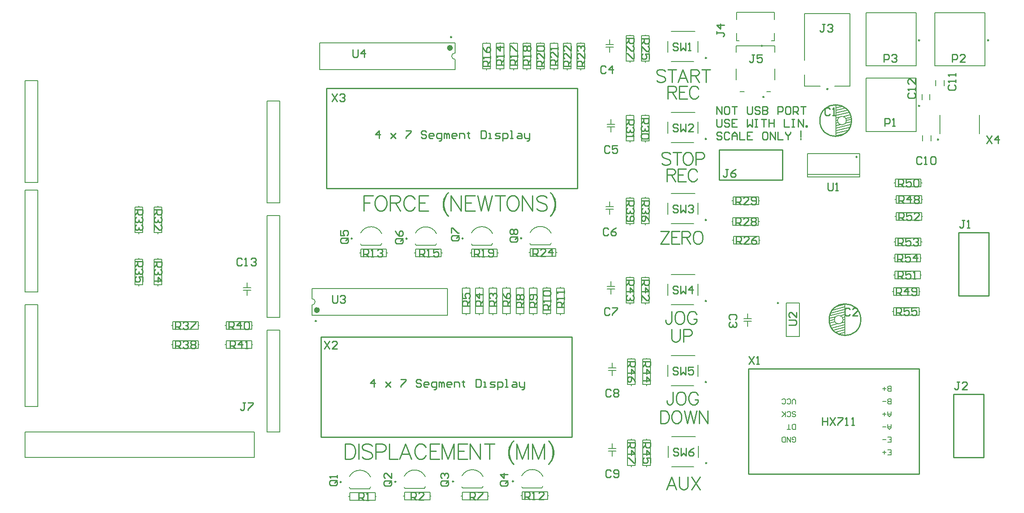
<source format=gto>
G04*
G04 #@! TF.GenerationSoftware,Altium Limited,Altium Designer,19.0.10 (269)*
G04*
G04 Layer_Color=65535*
%FSLAX25Y25*%
%MOIN*%
G70*
G01*
G75*
%ADD10C,0.00984*%
%ADD11C,0.01000*%
%ADD12C,0.00598*%
%ADD13C,0.00787*%
%ADD14C,0.02362*%
%ADD15C,0.00600*%
D10*
X770405Y378331D02*
G03*
X770405Y378331I-492J0D01*
G01*
X834366Y391992D02*
G03*
X834366Y391992I-492J0D01*
G01*
X708764Y263562D02*
G03*
X708764Y263562I-492J0D01*
G01*
X374107Y314254D02*
G03*
X374107Y314254I-492J0D01*
G01*
X417107Y314149D02*
G03*
X417107Y314149I-492J0D01*
G01*
X461107Y314317D02*
G03*
X461107Y314317I-492J0D01*
G01*
X507107Y314500D02*
G03*
X507107Y314500I-492J0D01*
G01*
X365349Y123000D02*
G03*
X365349Y123000I-492J0D01*
G01*
X408349Y123183D02*
G03*
X408349Y123183I-492J0D01*
G01*
X453627Y123381D02*
G03*
X453627Y123381I-492J0D01*
G01*
X500627Y123550D02*
G03*
X500627Y123550I-492J0D01*
G01*
X873697Y470000D02*
G03*
X873697Y470000I-492J0D01*
G01*
X697319Y425431D02*
G03*
X697319Y425431I-492J0D01*
G01*
X696138Y465646D02*
G03*
X696138Y465646I-492J0D01*
G01*
X747492Y431730D02*
G03*
X747492Y431730I-492J0D01*
G01*
X819539Y470000D02*
G03*
X819539Y470000I-492J0D01*
G01*
Y418512D02*
G03*
X819539Y418512I-492J0D01*
G01*
X652406Y137887D02*
G03*
X652406Y137887I-492J0D01*
G01*
X652140Y201538D02*
G03*
X652140Y201538I-492J0D01*
G01*
Y265189D02*
G03*
X652140Y265189I-492J0D01*
G01*
Y328840D02*
G03*
X652140Y328840I-492J0D01*
G01*
Y392491D02*
G03*
X652140Y392491I-492J0D01*
G01*
Y456142D02*
G03*
X652140Y456142I-492J0D01*
G01*
X452110Y472500D02*
G03*
X452110Y472500I-492J0D01*
G01*
X345874Y249500D02*
G03*
X345874Y249500I-492J0D01*
G01*
D11*
X773323Y250500D02*
G03*
X773323Y250500I-12402J0D01*
G01*
X765980Y406900D02*
G03*
X765980Y406900I-12402J0D01*
G01*
X662028Y360221D02*
Y383842D01*
X711870Y360221D02*
Y383842D01*
X662028Y360221D02*
X711870D01*
X662028Y383842D02*
X711870D01*
X353827Y432370D02*
X550677D01*
X353827Y353630D02*
X550677D01*
X353827D02*
Y432370D01*
X550677Y353630D02*
Y432370D01*
X349575Y236870D02*
X546425D01*
X349575Y158130D02*
X546425D01*
X349575D02*
Y236870D01*
X546425Y158130D02*
Y236870D01*
X685141Y129323D02*
Y212000D01*
Y129323D02*
X818999Y129323D01*
X685141Y212000D02*
X818999Y212000D01*
Y129323D02*
Y212000D01*
X850158Y269272D02*
X873779D01*
X850158Y319115D02*
X873779D01*
Y269272D02*
Y319115D01*
X850158Y269272D02*
Y319115D01*
X846220Y192000D02*
X869843D01*
X846220Y142157D02*
X869843D01*
X846220D02*
Y192000D01*
X869843Y142157D02*
Y192000D01*
X289999Y185332D02*
X287999D01*
X288999D01*
Y180333D01*
X287999Y179334D01*
X287000D01*
X286000Y180333D01*
X291998Y185332D02*
X295997D01*
Y184332D01*
X291998Y180333D01*
Y179334D01*
X379028Y108718D02*
Y114716D01*
X382027D01*
X383027Y113716D01*
Y111717D01*
X382027Y110717D01*
X379028D01*
X381028D02*
X383027Y108718D01*
X385026D02*
X387026D01*
X386026D01*
Y114716D01*
X385026Y113716D01*
X383108Y347997D02*
Y336000D01*
Y347997D02*
X390535D01*
X383108Y342284D02*
X387679D01*
X395334Y347997D02*
X394192Y347426D01*
X393049Y346284D01*
X392478Y345141D01*
X391906Y343427D01*
Y340570D01*
X392478Y338857D01*
X393049Y337714D01*
X394192Y336571D01*
X395334Y336000D01*
X397620D01*
X398762Y336571D01*
X399905Y337714D01*
X400476Y338857D01*
X401047Y340570D01*
Y343427D01*
X400476Y345141D01*
X399905Y346284D01*
X398762Y347426D01*
X397620Y347997D01*
X395334D01*
X403847D02*
Y336000D01*
Y347997D02*
X408989D01*
X410702Y347426D01*
X411274Y346855D01*
X411845Y345712D01*
Y344570D01*
X411274Y343427D01*
X410702Y342856D01*
X408989Y342284D01*
X403847D01*
X407846D02*
X411845Y336000D01*
X423100Y345141D02*
X422529Y346284D01*
X421386Y347426D01*
X420243Y347997D01*
X417958D01*
X416815Y347426D01*
X415673Y346284D01*
X415101Y345141D01*
X414530Y343427D01*
Y340570D01*
X415101Y338857D01*
X415673Y337714D01*
X416815Y336571D01*
X417958Y336000D01*
X420243D01*
X421386Y336571D01*
X422529Y337714D01*
X423100Y338857D01*
X433897Y347997D02*
X426471D01*
Y336000D01*
X433897D01*
X426471Y342284D02*
X431041D01*
X449323Y350283D02*
X448180Y349140D01*
X447038Y347426D01*
X445895Y345141D01*
X445324Y342284D01*
Y339999D01*
X445895Y337143D01*
X447038Y334857D01*
X448180Y333143D01*
X449323Y332001D01*
X448180Y349140D02*
X447038Y346855D01*
X446466Y345141D01*
X445895Y342284D01*
Y339999D01*
X446466Y337143D01*
X447038Y335429D01*
X448180Y333143D01*
X451608Y347997D02*
Y336000D01*
Y347997D02*
X459606Y336000D01*
Y347997D02*
Y336000D01*
X470347Y347997D02*
X462920D01*
Y336000D01*
X470347D01*
X462920Y342284D02*
X467490D01*
X472346Y347997D02*
X475203Y336000D01*
X478059Y347997D02*
X475203Y336000D01*
X478059Y347997D02*
X480916Y336000D01*
X483773Y347997D02*
X480916Y336000D01*
X490171Y347997D02*
Y336000D01*
X486172Y347997D02*
X494170D01*
X499026D02*
X497884Y347426D01*
X496741Y346284D01*
X496170Y345141D01*
X495599Y343427D01*
Y340570D01*
X496170Y338857D01*
X496741Y337714D01*
X497884Y336571D01*
X499026Y336000D01*
X501312D01*
X502454Y336571D01*
X503597Y337714D01*
X504168Y338857D01*
X504739Y340570D01*
Y343427D01*
X504168Y345141D01*
X503597Y346284D01*
X502454Y347426D01*
X501312Y347997D01*
X499026D01*
X507539D02*
Y336000D01*
Y347997D02*
X515537Y336000D01*
Y347997D02*
Y336000D01*
X526849Y346284D02*
X525706Y347426D01*
X523992Y347997D01*
X521707D01*
X519993Y347426D01*
X518851Y346284D01*
Y345141D01*
X519422Y343998D01*
X519993Y343427D01*
X521136Y342856D01*
X524564Y341713D01*
X525706Y341142D01*
X526278Y340570D01*
X526849Y339428D01*
Y337714D01*
X525706Y336571D01*
X523992Y336000D01*
X521707D01*
X519993Y336571D01*
X518851Y337714D01*
X529534Y350283D02*
X530677Y349140D01*
X531819Y347426D01*
X532962Y345141D01*
X533533Y342284D01*
Y339999D01*
X532962Y337143D01*
X531819Y334857D01*
X530677Y333143D01*
X529534Y332001D01*
X530677Y349140D02*
X531819Y346855D01*
X532391Y345141D01*
X532962Y342284D01*
Y339999D01*
X532391Y337143D01*
X531819Y335429D01*
X530677Y333143D01*
X287399Y297913D02*
X286399Y298913D01*
X284400D01*
X283400Y297913D01*
Y293915D01*
X284400Y292915D01*
X286399D01*
X287399Y293915D01*
X289398Y292915D02*
X291397D01*
X290398D01*
Y298913D01*
X289398Y297913D01*
X294396D02*
X295396Y298913D01*
X297395D01*
X298395Y297913D01*
Y296914D01*
X297395Y295914D01*
X296396D01*
X297395D01*
X298395Y294914D01*
Y293915D01*
X297395Y292915D01*
X295396D01*
X294396Y293915D01*
X663999Y396990D02*
X662999Y397990D01*
X661000D01*
X660000Y396990D01*
Y395991D01*
X661000Y394991D01*
X662999D01*
X663999Y393991D01*
Y392992D01*
X662999Y391992D01*
X661000D01*
X660000Y392992D01*
X669997Y396990D02*
X668997Y397990D01*
X666998D01*
X665998Y396990D01*
Y392992D01*
X666998Y391992D01*
X668997D01*
X669997Y392992D01*
X671996Y391992D02*
Y395991D01*
X673995Y397990D01*
X675995Y395991D01*
Y391992D01*
Y394991D01*
X671996D01*
X677994Y397990D02*
Y391992D01*
X681993D01*
X687991Y397990D02*
X683992D01*
Y391992D01*
X687991D01*
X683992Y394991D02*
X685992D01*
X698987Y397990D02*
X696988D01*
X695988Y396990D01*
Y392992D01*
X696988Y391992D01*
X698987D01*
X699987Y392992D01*
Y396990D01*
X698987Y397990D01*
X701986Y391992D02*
Y397990D01*
X705985Y391992D01*
Y397990D01*
X707984D02*
Y391992D01*
X711983D01*
X713982Y397990D02*
Y396990D01*
X715982Y394991D01*
X717981Y396990D01*
Y397990D01*
X715982Y394991D02*
Y391992D01*
X725979Y393991D02*
Y398990D01*
Y392992D02*
Y391992D01*
X660000Y407998D02*
Y403000D01*
X661000Y402000D01*
X662999D01*
X663999Y403000D01*
Y407998D01*
X669997Y406998D02*
X668997Y407998D01*
X666998D01*
X665998Y406998D01*
Y405999D01*
X666998Y404999D01*
X668997D01*
X669997Y403999D01*
Y403000D01*
X668997Y402000D01*
X666998D01*
X665998Y403000D01*
X675995Y407998D02*
X671996D01*
Y402000D01*
X675995D01*
X671996Y404999D02*
X673995D01*
X683992Y407998D02*
Y402000D01*
X685992Y403999D01*
X687991Y402000D01*
Y407998D01*
X689990D02*
X691990D01*
X690990D01*
Y402000D01*
X689990D01*
X691990D01*
X694989Y407998D02*
X698987D01*
X696988D01*
Y402000D01*
X700987Y407998D02*
Y402000D01*
Y404999D01*
X704986D01*
Y407998D01*
Y402000D01*
X712983Y407998D02*
Y402000D01*
X716982D01*
X718981Y407998D02*
X720980D01*
X719981D01*
Y402000D01*
X718981D01*
X720980D01*
X723979D02*
Y407998D01*
X727978Y402000D01*
Y407998D01*
X729977Y402000D02*
Y403000D01*
X730977D01*
Y402000D01*
X729977D01*
X660000Y412000D02*
Y417998D01*
X663999Y412000D01*
Y417998D01*
X668997D02*
X666998D01*
X665998Y416998D01*
Y413000D01*
X666998Y412000D01*
X668997D01*
X669997Y413000D01*
Y416998D01*
X668997Y417998D01*
X671996D02*
X675995D01*
X673995D01*
Y412000D01*
X683992Y417998D02*
Y413000D01*
X684992Y412000D01*
X686991D01*
X687991Y413000D01*
Y417998D01*
X693989Y416998D02*
X692989Y417998D01*
X690990D01*
X689990Y416998D01*
Y415999D01*
X690990Y414999D01*
X692989D01*
X693989Y413999D01*
Y413000D01*
X692989Y412000D01*
X690990D01*
X689990Y413000D01*
X695988Y417998D02*
Y412000D01*
X698987D01*
X699987Y413000D01*
Y413999D01*
X698987Y414999D01*
X695988D01*
X698987D01*
X699987Y415999D01*
Y416998D01*
X698987Y417998D01*
X695988D01*
X707984Y412000D02*
Y417998D01*
X710984D01*
X711983Y416998D01*
Y414999D01*
X710984Y413999D01*
X707984D01*
X716982Y417998D02*
X714982D01*
X713982Y416998D01*
Y413000D01*
X714982Y412000D01*
X716982D01*
X717981Y413000D01*
Y416998D01*
X716982Y417998D01*
X719981Y412000D02*
Y417998D01*
X722980D01*
X723979Y416998D01*
Y414999D01*
X722980Y413999D01*
X719981D01*
X721980D02*
X723979Y412000D01*
X725979Y417998D02*
X729977D01*
X727978D01*
Y412000D01*
X625745Y193664D02*
Y186047D01*
X625269Y184618D01*
X624793Y184142D01*
X623841Y183666D01*
X622889D01*
X621936Y184142D01*
X621460Y184618D01*
X620984Y186047D01*
Y186999D01*
X631173Y193664D02*
X630220Y193188D01*
X629268Y192236D01*
X628792Y191284D01*
X628316Y189855D01*
Y187475D01*
X628792Y186047D01*
X629268Y185094D01*
X630220Y184142D01*
X631173Y183666D01*
X633077D01*
X634029Y184142D01*
X634981Y185094D01*
X635457Y186047D01*
X635933Y187475D01*
Y189855D01*
X635457Y191284D01*
X634981Y192236D01*
X634029Y193188D01*
X633077Y193664D01*
X631173D01*
X645408Y191284D02*
X644932Y192236D01*
X643979Y193188D01*
X643027Y193664D01*
X641123D01*
X640171Y193188D01*
X639219Y192236D01*
X638742Y191284D01*
X638266Y189855D01*
Y187475D01*
X638742Y186047D01*
X639219Y185094D01*
X640171Y184142D01*
X641123Y183666D01*
X643027D01*
X643979Y184142D01*
X644932Y185094D01*
X645408Y186047D01*
Y187475D01*
X643027D02*
X645408D01*
X616000Y178998D02*
Y169000D01*
Y178998D02*
X619333D01*
X620761Y178522D01*
X621713Y177570D01*
X622189Y176617D01*
X622665Y175189D01*
Y172809D01*
X622189Y171380D01*
X621713Y170428D01*
X620761Y169476D01*
X619333Y169000D01*
X616000D01*
X627759Y178998D02*
X626807Y178522D01*
X625855Y177570D01*
X625379Y176617D01*
X624903Y175189D01*
Y172809D01*
X625379Y171380D01*
X625855Y170428D01*
X626807Y169476D01*
X627759Y169000D01*
X629664D01*
X630616Y169476D01*
X631568Y170428D01*
X632044Y171380D01*
X632520Y172809D01*
Y175189D01*
X632044Y176617D01*
X631568Y177570D01*
X630616Y178522D01*
X629664Y178998D01*
X627759D01*
X634853D02*
X637233Y169000D01*
X639614Y178998D02*
X637233Y169000D01*
X639614Y178998D02*
X641994Y169000D01*
X644375Y178998D02*
X641994Y169000D01*
X646374Y178998D02*
Y169000D01*
Y178998D02*
X653040Y169000D01*
Y178998D02*
Y169000D01*
X624638Y242998D02*
Y235857D01*
X625114Y234428D01*
X626066Y233476D01*
X627494Y233000D01*
X628446D01*
X629875Y233476D01*
X630827Y234428D01*
X631303Y235857D01*
Y242998D01*
X634064Y237761D02*
X638349D01*
X639777Y238237D01*
X640253Y238713D01*
X640730Y239665D01*
Y241093D01*
X640253Y242046D01*
X639777Y242522D01*
X638349Y242998D01*
X634064D01*
Y233000D01*
X621000Y368998D02*
Y359000D01*
Y368998D02*
X625285D01*
X626713Y368522D01*
X627189Y368046D01*
X627665Y367093D01*
Y366141D01*
X627189Y365189D01*
X626713Y364713D01*
X625285Y364237D01*
X621000D01*
X624333D02*
X627665Y359000D01*
X636092Y368998D02*
X629903D01*
Y359000D01*
X636092D01*
X629903Y364237D02*
X633712D01*
X644900Y366617D02*
X644423Y367570D01*
X643471Y368522D01*
X642519Y368998D01*
X640615D01*
X639663Y368522D01*
X638710Y367570D01*
X638234Y366617D01*
X637758Y365189D01*
Y362809D01*
X638234Y361380D01*
X638710Y360428D01*
X639663Y359476D01*
X640615Y359000D01*
X642519D01*
X643471Y359476D01*
X644423Y360428D01*
X644900Y361380D01*
X621924Y433998D02*
Y424000D01*
Y433998D02*
X626209D01*
X627637Y433522D01*
X628113Y433046D01*
X628589Y432093D01*
Y431141D01*
X628113Y430189D01*
X627637Y429713D01*
X626209Y429237D01*
X621924D01*
X625256D02*
X628589Y424000D01*
X637016Y433998D02*
X630827D01*
Y424000D01*
X637016D01*
X630827Y429237D02*
X634635D01*
X645823Y431617D02*
X645347Y432570D01*
X644395Y433522D01*
X643443Y433998D01*
X641539D01*
X640587Y433522D01*
X639634Y432570D01*
X639158Y431617D01*
X638682Y430189D01*
Y427809D01*
X639158Y426380D01*
X639634Y425428D01*
X640587Y424476D01*
X641539Y424000D01*
X643443D01*
X644395Y424476D01*
X645347Y425428D01*
X645823Y426380D01*
X368500Y152997D02*
Y141000D01*
Y152997D02*
X372499D01*
X374213Y152426D01*
X375356Y151284D01*
X375927Y150141D01*
X376498Y148427D01*
Y145571D01*
X375927Y143857D01*
X375356Y142714D01*
X374213Y141571D01*
X372499Y141000D01*
X368500D01*
X379183Y152997D02*
Y141000D01*
X389696Y151284D02*
X388553Y152426D01*
X386839Y152997D01*
X384554D01*
X382840Y152426D01*
X381697Y151284D01*
Y150141D01*
X382269Y148998D01*
X382840Y148427D01*
X383982Y147856D01*
X387410Y146713D01*
X388553Y146142D01*
X389124Y145571D01*
X389696Y144428D01*
Y142714D01*
X388553Y141571D01*
X386839Y141000D01*
X384554D01*
X382840Y141571D01*
X381697Y142714D01*
X392381Y146713D02*
X397522D01*
X399236Y147284D01*
X399808Y147856D01*
X400379Y148998D01*
Y150712D01*
X399808Y151855D01*
X399236Y152426D01*
X397522Y152997D01*
X392381D01*
Y141000D01*
X403064Y152997D02*
Y141000D01*
X409920D01*
X420375D02*
X415804Y152997D01*
X411234Y141000D01*
X412948Y144999D02*
X418661D01*
X431744Y150141D02*
X431172Y151284D01*
X430030Y152426D01*
X428887Y152997D01*
X426602D01*
X425459Y152426D01*
X424317Y151284D01*
X423745Y150141D01*
X423174Y148427D01*
Y145571D01*
X423745Y143857D01*
X424317Y142714D01*
X425459Y141571D01*
X426602Y141000D01*
X428887D01*
X430030Y141571D01*
X431172Y142714D01*
X431744Y143857D01*
X442541Y152997D02*
X435114D01*
Y141000D01*
X442541D01*
X435114Y147284D02*
X439685D01*
X444541Y152997D02*
Y141000D01*
Y152997D02*
X449111Y141000D01*
X453682Y152997D02*
X449111Y141000D01*
X453682Y152997D02*
Y141000D01*
X464537Y152997D02*
X457110D01*
Y141000D01*
X464537D01*
X457110Y147284D02*
X461680D01*
X466536Y152997D02*
Y141000D01*
Y152997D02*
X474534Y141000D01*
Y152997D02*
Y141000D01*
X481847Y152997D02*
Y141000D01*
X477848Y152997D02*
X485846D01*
X500700Y155283D02*
X499558Y154140D01*
X498415Y152426D01*
X497272Y150141D01*
X496701Y147284D01*
Y144999D01*
X497272Y142143D01*
X498415Y139857D01*
X499558Y138144D01*
X500700Y137001D01*
X499558Y154140D02*
X498415Y151855D01*
X497844Y150141D01*
X497272Y147284D01*
Y144999D01*
X497844Y142143D01*
X498415Y140429D01*
X499558Y138144D01*
X502985Y152997D02*
Y141000D01*
Y152997D02*
X507556Y141000D01*
X512126Y152997D02*
X507556Y141000D01*
X512126Y152997D02*
Y141000D01*
X515554Y152997D02*
Y141000D01*
Y152997D02*
X520125Y141000D01*
X524695Y152997D02*
X520125Y141000D01*
X524695Y152997D02*
Y141000D01*
X528123Y155283D02*
X529265Y154140D01*
X530408Y152426D01*
X531551Y150141D01*
X532122Y147284D01*
Y144999D01*
X531551Y142143D01*
X530408Y139857D01*
X529265Y138144D01*
X528123Y137001D01*
X529265Y154140D02*
X530408Y151855D01*
X530979Y150141D01*
X531551Y147284D01*
Y144999D01*
X530979Y142143D01*
X530408Y140429D01*
X529265Y138144D01*
X628557Y117000D02*
X624748Y126998D01*
X620940Y117000D01*
X622368Y120333D02*
X627129D01*
X630890Y126998D02*
Y119857D01*
X631366Y118428D01*
X632318Y117476D01*
X633746Y117000D01*
X634699D01*
X636127Y117476D01*
X637079Y118428D01*
X637555Y119857D01*
Y126998D01*
X640316D02*
X646982Y117000D01*
Y126998D02*
X640316Y117000D01*
X624761Y256998D02*
Y249380D01*
X624285Y247952D01*
X623809Y247476D01*
X622857Y247000D01*
X621904D01*
X620952Y247476D01*
X620476Y247952D01*
X620000Y249380D01*
Y250333D01*
X630188Y256998D02*
X629236Y256522D01*
X628284Y255570D01*
X627808Y254617D01*
X627332Y253189D01*
Y250809D01*
X627808Y249380D01*
X628284Y248428D01*
X629236Y247476D01*
X630188Y247000D01*
X632093D01*
X633045Y247476D01*
X633997Y248428D01*
X634473Y249380D01*
X634949Y250809D01*
Y253189D01*
X634473Y254617D01*
X633997Y255570D01*
X633045Y256522D01*
X632093Y256998D01*
X630188D01*
X644423Y254617D02*
X643947Y255570D01*
X642995Y256522D01*
X642043Y256998D01*
X640138D01*
X639186Y256522D01*
X638234Y255570D01*
X637758Y254617D01*
X637282Y253189D01*
Y250809D01*
X637758Y249380D01*
X638234Y248428D01*
X639186Y247476D01*
X640138Y247000D01*
X642043D01*
X642995Y247476D01*
X643947Y248428D01*
X644423Y249380D01*
Y250809D01*
X642043D02*
X644423D01*
X622665Y319998D02*
X616000Y310000D01*
Y319998D02*
X622665D01*
X616000Y310000D02*
X622665D01*
X631092Y319998D02*
X624903D01*
Y310000D01*
X631092D01*
X624903Y315237D02*
X628712D01*
X632758Y319998D02*
Y310000D01*
Y319998D02*
X637043D01*
X638471Y319522D01*
X638947Y319046D01*
X639424Y318093D01*
Y317141D01*
X638947Y316189D01*
X638471Y315713D01*
X637043Y315237D01*
X632758D01*
X636091D02*
X639424Y310000D01*
X644518Y319998D02*
X643566Y319522D01*
X642613Y318570D01*
X642137Y317617D01*
X641661Y316189D01*
Y313809D01*
X642137Y312380D01*
X642613Y311428D01*
X643566Y310476D01*
X644518Y310000D01*
X646422D01*
X647374Y310476D01*
X648326Y311428D01*
X648803Y312380D01*
X649279Y313809D01*
Y316189D01*
X648803Y317617D01*
X648326Y318570D01*
X647374Y319522D01*
X646422Y319998D01*
X644518D01*
X623665Y380570D02*
X622713Y381522D01*
X621285Y381998D01*
X619380D01*
X617952Y381522D01*
X617000Y380570D01*
Y379617D01*
X617476Y378665D01*
X617952Y378189D01*
X618904Y377713D01*
X621761Y376761D01*
X622713Y376285D01*
X623189Y375809D01*
X623665Y374856D01*
Y373428D01*
X622713Y372476D01*
X621285Y372000D01*
X619380D01*
X617952Y372476D01*
X617000Y373428D01*
X629236Y381998D02*
Y372000D01*
X625903Y381998D02*
X632568D01*
X636615D02*
X635663Y381522D01*
X634711Y380570D01*
X634234Y379617D01*
X633758Y378189D01*
Y375809D01*
X634234Y374380D01*
X634711Y373428D01*
X635663Y372476D01*
X636615Y372000D01*
X638519D01*
X639471Y372476D01*
X640423Y373428D01*
X640900Y374380D01*
X641376Y375809D01*
Y378189D01*
X640900Y379617D01*
X640423Y380570D01*
X639471Y381522D01*
X638519Y381998D01*
X636615D01*
X643709Y376761D02*
X647993D01*
X649422Y377237D01*
X649898Y377713D01*
X650374Y378665D01*
Y380094D01*
X649898Y381046D01*
X649422Y381522D01*
X647993Y381998D01*
X643709D01*
Y372000D01*
X619665Y445570D02*
X618713Y446522D01*
X617285Y446998D01*
X615380D01*
X613952Y446522D01*
X613000Y445570D01*
Y444617D01*
X613476Y443665D01*
X613952Y443189D01*
X614904Y442713D01*
X617761Y441761D01*
X618713Y441285D01*
X619189Y440809D01*
X619665Y439856D01*
Y438428D01*
X618713Y437476D01*
X617285Y437000D01*
X615380D01*
X613952Y437476D01*
X613000Y438428D01*
X625236Y446998D02*
Y437000D01*
X621903Y446998D02*
X628568D01*
X637376Y437000D02*
X633567Y446998D01*
X629758Y437000D01*
X631187Y440333D02*
X635948D01*
X639709Y446998D02*
Y437000D01*
Y446998D02*
X643993D01*
X645422Y446522D01*
X645898Y446046D01*
X646374Y445093D01*
Y444141D01*
X645898Y443189D01*
X645422Y442713D01*
X643993Y442237D01*
X639709D01*
X643041D02*
X646374Y437000D01*
X651944Y446998D02*
Y437000D01*
X648611Y446998D02*
X655277D01*
X395251Y393000D02*
Y398998D01*
X392252Y395999D01*
X396251D01*
X404248Y396999D02*
X408247Y393000D01*
X406248Y394999D01*
X408247Y396999D01*
X404248Y393000D01*
X416244Y398998D02*
X420243D01*
Y397998D01*
X416244Y394000D01*
Y393000D01*
X432239Y397998D02*
X431240Y398998D01*
X429240D01*
X428240Y397998D01*
Y396999D01*
X429240Y395999D01*
X431240D01*
X432239Y394999D01*
Y394000D01*
X431240Y393000D01*
X429240D01*
X428240Y394000D01*
X437238Y393000D02*
X435238D01*
X434239Y394000D01*
Y395999D01*
X435238Y396999D01*
X437238D01*
X438237Y395999D01*
Y394999D01*
X434239D01*
X442236Y391001D02*
X443236D01*
X444235Y392000D01*
Y396999D01*
X441236D01*
X440237Y395999D01*
Y394000D01*
X441236Y393000D01*
X444235D01*
X446235D02*
Y396999D01*
X447234D01*
X448234Y395999D01*
Y393000D01*
Y395999D01*
X449234Y396999D01*
X450233Y395999D01*
Y393000D01*
X455232D02*
X453232D01*
X452233Y394000D01*
Y395999D01*
X453232Y396999D01*
X455232D01*
X456231Y395999D01*
Y394999D01*
X452233D01*
X458231Y393000D02*
Y396999D01*
X461230D01*
X462230Y395999D01*
Y393000D01*
X465229Y397998D02*
Y396999D01*
X464229D01*
X466228D01*
X465229D01*
Y394000D01*
X466228Y393000D01*
X475225Y398998D02*
Y393000D01*
X478224D01*
X479224Y394000D01*
Y397998D01*
X478224Y398998D01*
X475225D01*
X481223Y393000D02*
X483223D01*
X482223D01*
Y396999D01*
X481223D01*
X486222Y393000D02*
X489221D01*
X490220Y394000D01*
X489221Y394999D01*
X487221D01*
X486222Y395999D01*
X487221Y396999D01*
X490220D01*
X492220Y391001D02*
Y396999D01*
X495219D01*
X496218Y395999D01*
Y394000D01*
X495219Y393000D01*
X492220D01*
X498218D02*
X500217D01*
X499218D01*
Y398998D01*
X498218D01*
X504216Y396999D02*
X506215D01*
X507215Y395999D01*
Y393000D01*
X504216D01*
X503216Y394000D01*
X504216Y394999D01*
X507215D01*
X509214Y396999D02*
Y394000D01*
X510214Y393000D01*
X513213D01*
Y392000D01*
X512213Y391001D01*
X511214D01*
X513213Y393000D02*
Y396999D01*
X390999Y197500D02*
Y203498D01*
X388000Y200499D01*
X391999D01*
X399996Y201499D02*
X403995Y197500D01*
X401996Y199499D01*
X403995Y201499D01*
X399996Y197500D01*
X411992Y203498D02*
X415991D01*
Y202498D01*
X411992Y198500D01*
Y197500D01*
X427987Y202498D02*
X426987Y203498D01*
X424988D01*
X423988Y202498D01*
Y201499D01*
X424988Y200499D01*
X426987D01*
X427987Y199499D01*
Y198500D01*
X426987Y197500D01*
X424988D01*
X423988Y198500D01*
X432985Y197500D02*
X430986D01*
X429986Y198500D01*
Y200499D01*
X430986Y201499D01*
X432985D01*
X433985Y200499D01*
Y199499D01*
X429986D01*
X437984Y195501D02*
X438983D01*
X439983Y196500D01*
Y201499D01*
X436984D01*
X435985Y200499D01*
Y198500D01*
X436984Y197500D01*
X439983D01*
X441983D02*
Y201499D01*
X442982D01*
X443982Y200499D01*
Y197500D01*
Y200499D01*
X444982Y201499D01*
X445981Y200499D01*
Y197500D01*
X450980D02*
X448980D01*
X447981Y198500D01*
Y200499D01*
X448980Y201499D01*
X450980D01*
X451979Y200499D01*
Y199499D01*
X447981D01*
X453979Y197500D02*
Y201499D01*
X456978D01*
X457977Y200499D01*
Y197500D01*
X460976Y202498D02*
Y201499D01*
X459977D01*
X461976D01*
X460976D01*
Y198500D01*
X461976Y197500D01*
X470973Y203498D02*
Y197500D01*
X473972D01*
X474972Y198500D01*
Y202498D01*
X473972Y203498D01*
X470973D01*
X476971Y197500D02*
X478971D01*
X477971D01*
Y201499D01*
X476971D01*
X481970Y197500D02*
X484969D01*
X485968Y198500D01*
X484969Y199499D01*
X482969D01*
X481970Y200499D01*
X482969Y201499D01*
X485968D01*
X487968Y195501D02*
Y201499D01*
X490967D01*
X491966Y200499D01*
Y198500D01*
X490967Y197500D01*
X487968D01*
X493966D02*
X495965D01*
X494965D01*
Y203498D01*
X493966D01*
X499964Y201499D02*
X501963D01*
X502963Y200499D01*
Y197500D01*
X499964D01*
X498964Y198500D01*
X499964Y199499D01*
X502963D01*
X504962Y201499D02*
Y198500D01*
X505962Y197500D01*
X508961D01*
Y196500D01*
X507961Y195501D01*
X506961D01*
X508961Y197500D02*
Y201499D01*
X743000Y173449D02*
Y167450D01*
Y170449D01*
X746999D01*
Y173449D01*
Y167450D01*
X748998Y173449D02*
X752997Y167450D01*
Y173449D02*
X748998Y167450D01*
X754996Y173449D02*
X758995D01*
Y172449D01*
X754996Y168450D01*
Y167450D01*
X760994D02*
X762993D01*
X761994D01*
Y173449D01*
X760994Y172449D01*
X765993Y167450D02*
X767992D01*
X766992D01*
Y173449D01*
X765993Y172449D01*
X872000Y394998D02*
X875999Y389000D01*
Y394998D02*
X872000Y389000D01*
X880997D02*
Y394998D01*
X877998Y391999D01*
X881997D01*
X358094Y427998D02*
X362093Y422000D01*
Y427998D02*
X358094Y422000D01*
X364092Y426998D02*
X365092Y427998D01*
X367091D01*
X368091Y426998D01*
Y425999D01*
X367091Y424999D01*
X366092D01*
X367091D01*
X368091Y423999D01*
Y423000D01*
X367091Y422000D01*
X365092D01*
X364092Y423000D01*
X352169Y233498D02*
X356167Y227500D01*
Y233498D02*
X352169Y227500D01*
X362165D02*
X358167D01*
X362165Y231499D01*
Y232498D01*
X361166Y233498D01*
X359166D01*
X358167Y232498D01*
X685600Y221498D02*
X689599Y215500D01*
Y221498D02*
X685600Y215500D01*
X691598D02*
X693597D01*
X692598D01*
Y221498D01*
X691598Y220498D01*
X374500Y462461D02*
Y457463D01*
X375500Y456463D01*
X377499D01*
X378499Y457463D01*
Y462461D01*
X383497Y456463D02*
Y462461D01*
X380498Y459462D01*
X384497D01*
X358486Y269498D02*
Y264500D01*
X359486Y263500D01*
X361485D01*
X362485Y264500D01*
Y269498D01*
X364484Y268498D02*
X365484Y269498D01*
X367483D01*
X368483Y268498D01*
Y267499D01*
X367483Y266499D01*
X366483D01*
X367483D01*
X368483Y265499D01*
Y264500D01*
X367483Y263500D01*
X365484D01*
X364484Y264500D01*
X716888Y246431D02*
X721886D01*
X722886Y247431D01*
Y249430D01*
X721886Y250430D01*
X716888D01*
X722886Y256428D02*
Y252429D01*
X718887Y256428D01*
X717887D01*
X716888Y255429D01*
Y253429D01*
X717887Y252429D01*
X747492Y357998D02*
Y353000D01*
X748492Y352000D01*
X750491D01*
X751491Y353000D01*
Y357998D01*
X753490Y352000D02*
X755489D01*
X754490D01*
Y357998D01*
X753490Y356998D01*
X629999Y148743D02*
X628999Y149743D01*
X627000D01*
X626000Y148743D01*
Y147743D01*
X627000Y146744D01*
X628999D01*
X629999Y145744D01*
Y144745D01*
X628999Y143745D01*
X627000D01*
X626000Y144745D01*
X631998Y149743D02*
Y143745D01*
X633997Y145744D01*
X635997Y143745D01*
Y149743D01*
X641995D02*
X639995Y148743D01*
X637996Y146744D01*
Y144745D01*
X638996Y143745D01*
X640995D01*
X641995Y144745D01*
Y145744D01*
X640995Y146744D01*
X637996D01*
X629660Y212394D02*
X628660Y213394D01*
X626661D01*
X625661Y212394D01*
Y211395D01*
X626661Y210395D01*
X628660D01*
X629660Y209395D01*
Y208396D01*
X628660Y207396D01*
X626661D01*
X625661Y208396D01*
X631660Y213394D02*
Y207396D01*
X633659Y209395D01*
X635658Y207396D01*
Y213394D01*
X641656D02*
X637657D01*
Y210395D01*
X639657Y211395D01*
X640657D01*
X641656Y210395D01*
Y208396D01*
X640657Y207396D01*
X638657D01*
X637657Y208396D01*
X629734Y276073D02*
X628734Y277073D01*
X626735D01*
X625735Y276073D01*
Y275073D01*
X626735Y274074D01*
X628734D01*
X629734Y273074D01*
Y272074D01*
X628734Y271074D01*
X626735D01*
X625735Y272074D01*
X631733Y277073D02*
Y271074D01*
X633732Y273074D01*
X635732Y271074D01*
Y277073D01*
X640730Y271074D02*
Y277073D01*
X637731Y274074D01*
X641730D01*
X629734Y339696D02*
X628734Y340696D01*
X626735D01*
X625735Y339696D01*
Y338697D01*
X626735Y337697D01*
X628734D01*
X629734Y336697D01*
Y335698D01*
X628734Y334698D01*
X626735D01*
X625735Y335698D01*
X631733Y340696D02*
Y334698D01*
X633732Y336697D01*
X635732Y334698D01*
Y340696D01*
X637731Y339696D02*
X638731Y340696D01*
X640730D01*
X641730Y339696D01*
Y338697D01*
X640730Y337697D01*
X639730D01*
X640730D01*
X641730Y336697D01*
Y335698D01*
X640730Y334698D01*
X638731D01*
X637731Y335698D01*
X629734Y403347D02*
X628734Y404347D01*
X626735D01*
X625735Y403347D01*
Y402348D01*
X626735Y401348D01*
X628734D01*
X629734Y400348D01*
Y399349D01*
X628734Y398349D01*
X626735D01*
X625735Y399349D01*
X631733Y404347D02*
Y398349D01*
X633732Y400348D01*
X635732Y398349D01*
Y404347D01*
X641730Y398349D02*
X637731D01*
X641730Y402348D01*
Y403347D01*
X640730Y404347D01*
X638731D01*
X637731Y403347D01*
X629734Y467026D02*
X628734Y468026D01*
X626735D01*
X625735Y467026D01*
Y466026D01*
X626735Y465027D01*
X628734D01*
X629734Y464027D01*
Y463027D01*
X628734Y462028D01*
X626735D01*
X625735Y463027D01*
X631733Y468026D02*
Y462028D01*
X633732Y464027D01*
X635732Y462028D01*
Y468026D01*
X637731Y462028D02*
X639730D01*
X638731D01*
Y468026D01*
X637731Y467026D01*
X801000Y254000D02*
Y259998D01*
X803999D01*
X804999Y258998D01*
Y256999D01*
X803999Y255999D01*
X801000D01*
X802999D02*
X804999Y254000D01*
X810997Y259998D02*
X806998D01*
Y256999D01*
X808997Y257999D01*
X809997D01*
X810997Y256999D01*
Y255000D01*
X809997Y254000D01*
X807998D01*
X806998Y255000D01*
X816995Y259998D02*
X812996D01*
Y256999D01*
X814995Y257999D01*
X815995D01*
X816995Y256999D01*
Y255000D01*
X815995Y254000D01*
X813996D01*
X812996Y255000D01*
X802000Y296048D02*
Y302046D01*
X804999D01*
X805999Y301047D01*
Y299047D01*
X804999Y298048D01*
X802000D01*
X803999D02*
X805999Y296048D01*
X811997Y302046D02*
X807998D01*
Y299047D01*
X809997Y300047D01*
X810997D01*
X811997Y299047D01*
Y297048D01*
X810997Y296048D01*
X808998D01*
X807998Y297048D01*
X816995Y296048D02*
Y302046D01*
X813996Y299047D01*
X817995D01*
X802500Y308500D02*
Y314498D01*
X805499D01*
X806499Y313498D01*
Y311499D01*
X805499Y310499D01*
X802500D01*
X804499D02*
X806499Y308500D01*
X812497Y314498D02*
X808498D01*
Y311499D01*
X810497Y312499D01*
X811497D01*
X812497Y311499D01*
Y309500D01*
X811497Y308500D01*
X809498D01*
X808498Y309500D01*
X814496Y313498D02*
X815496Y314498D01*
X817495D01*
X818495Y313498D01*
Y312499D01*
X817495Y311499D01*
X816496D01*
X817495D01*
X818495Y310499D01*
Y309500D01*
X817495Y308500D01*
X815496D01*
X814496Y309500D01*
X803000Y328500D02*
Y334498D01*
X805999D01*
X806999Y333498D01*
Y331499D01*
X805999Y330499D01*
X803000D01*
X804999D02*
X806999Y328500D01*
X812997Y334498D02*
X808998D01*
Y331499D01*
X810997Y332499D01*
X811997D01*
X812997Y331499D01*
Y329500D01*
X811997Y328500D01*
X809998D01*
X808998Y329500D01*
X818995Y328500D02*
X814996D01*
X818995Y332499D01*
Y333498D01*
X817995Y334498D01*
X815996D01*
X814996Y333498D01*
X802616Y282548D02*
Y288546D01*
X805615D01*
X806615Y287547D01*
Y285547D01*
X805615Y284548D01*
X802616D01*
X804615D02*
X806615Y282548D01*
X812613Y288546D02*
X808614D01*
Y285547D01*
X810614Y286547D01*
X811613D01*
X812613Y285547D01*
Y283548D01*
X811613Y282548D01*
X809614D01*
X808614Y283548D01*
X814612Y282548D02*
X816612D01*
X815612D01*
Y288546D01*
X814612Y287547D01*
X802658Y355048D02*
Y361046D01*
X805657D01*
X806656Y360047D01*
Y358047D01*
X805657Y357048D01*
X802658D01*
X804657D02*
X806656Y355048D01*
X812654Y361046D02*
X808655D01*
Y358047D01*
X810655Y359047D01*
X811655D01*
X812654Y358047D01*
Y356048D01*
X811655Y355048D01*
X809655D01*
X808655Y356048D01*
X814654Y360047D02*
X815653Y361046D01*
X817653D01*
X818652Y360047D01*
Y356048D01*
X817653Y355048D01*
X815653D01*
X814654Y356048D01*
Y360047D01*
X801000Y269548D02*
Y275546D01*
X803999D01*
X804999Y274547D01*
Y272547D01*
X803999Y271548D01*
X801000D01*
X802999D02*
X804999Y269548D01*
X809997D02*
Y275546D01*
X806998Y272547D01*
X810997D01*
X812996Y270548D02*
X813996Y269548D01*
X815995D01*
X816995Y270548D01*
Y274547D01*
X815995Y275546D01*
X813996D01*
X812996Y274547D01*
Y273547D01*
X813996Y272547D01*
X816995D01*
X803000Y342000D02*
Y347998D01*
X805999D01*
X806999Y346998D01*
Y344999D01*
X805999Y343999D01*
X803000D01*
X804999D02*
X806999Y342000D01*
X811997D02*
Y347998D01*
X808998Y344999D01*
X812997D01*
X814996Y346998D02*
X815996Y347998D01*
X817995D01*
X818995Y346998D01*
Y345999D01*
X817995Y344999D01*
X818995Y343999D01*
Y343000D01*
X817995Y342000D01*
X815996D01*
X814996Y343000D01*
Y343999D01*
X815996Y344999D01*
X814996Y345999D01*
Y346998D01*
X815996Y344999D02*
X817995D01*
X590000Y154000D02*
X595998D01*
Y151001D01*
X594998Y150001D01*
X592999D01*
X591999Y151001D01*
Y154000D01*
Y152001D02*
X590000Y150001D01*
Y145003D02*
X595998D01*
X592999Y148002D01*
Y144003D01*
X595998Y142004D02*
Y138005D01*
X594998D01*
X591000Y142004D01*
X590000D01*
Y217541D02*
X595998D01*
Y214542D01*
X594998Y213542D01*
X592999D01*
X591999Y214542D01*
Y217541D01*
Y215542D02*
X590000Y213542D01*
Y208544D02*
X595998D01*
X592999Y211543D01*
Y207544D01*
X595998Y201546D02*
X594998Y203545D01*
X592999Y205545D01*
X591000D01*
X590000Y204545D01*
Y202546D01*
X591000Y201546D01*
X591999D01*
X592999Y202546D01*
Y205545D01*
X602000Y154000D02*
X607998D01*
Y151001D01*
X606998Y150001D01*
X604999D01*
X603999Y151001D01*
Y154000D01*
Y152001D02*
X602000Y150001D01*
Y145003D02*
X607998D01*
X604999Y148002D01*
Y144003D01*
X607998Y138005D02*
Y142004D01*
X604999D01*
X605999Y140005D01*
Y139005D01*
X604999Y138005D01*
X603000D01*
X602000Y139005D01*
Y141004D01*
X603000Y142004D01*
X602000Y217541D02*
X607998D01*
Y214542D01*
X606998Y213542D01*
X604999D01*
X603999Y214542D01*
Y217541D01*
Y215542D02*
X602000Y213542D01*
Y208544D02*
X607998D01*
X604999Y211543D01*
Y207544D01*
X602000Y202546D02*
X607998D01*
X604999Y205545D01*
Y201546D01*
X589129Y281541D02*
X595127D01*
Y278542D01*
X594128Y277542D01*
X592128D01*
X591129Y278542D01*
Y281541D01*
Y279542D02*
X589129Y277542D01*
Y272544D02*
X595127D01*
X592128Y275543D01*
Y271544D01*
X594128Y269545D02*
X595127Y268545D01*
Y266546D01*
X594128Y265546D01*
X593128D01*
X592128Y266546D01*
Y267546D01*
Y266546D01*
X591129Y265546D01*
X590129D01*
X589129Y266546D01*
Y268545D01*
X590129Y269545D01*
X601129Y281541D02*
X607127D01*
Y278542D01*
X606128Y277542D01*
X604128D01*
X603129Y278542D01*
Y281541D01*
Y279542D02*
X601129Y277542D01*
Y272544D02*
X607127D01*
X604128Y275543D01*
Y271544D01*
X601129Y265546D02*
Y269545D01*
X605128Y265546D01*
X606128D01*
X607127Y266546D01*
Y268545D01*
X606128Y269545D01*
X278000Y228000D02*
Y233998D01*
X280999D01*
X281999Y232998D01*
Y230999D01*
X280999Y229999D01*
X278000D01*
X279999D02*
X281999Y228000D01*
X286997D02*
Y233998D01*
X283998Y230999D01*
X287997D01*
X289996Y228000D02*
X291996D01*
X290996D01*
Y233998D01*
X289996Y232998D01*
X277000Y243000D02*
Y248998D01*
X279999D01*
X280999Y247998D01*
Y245999D01*
X279999Y244999D01*
X277000D01*
X278999D02*
X280999Y243000D01*
X285997D02*
Y248998D01*
X282998Y245999D01*
X286997D01*
X288996Y247998D02*
X289996Y248998D01*
X291995D01*
X292995Y247998D01*
Y244000D01*
X291995Y243000D01*
X289996D01*
X288996Y244000D01*
Y247998D01*
X589000Y344000D02*
X594998D01*
Y341001D01*
X593998Y340001D01*
X591999D01*
X590999Y341001D01*
Y344000D01*
Y342001D02*
X589000Y340001D01*
X593998Y338002D02*
X594998Y337002D01*
Y335003D01*
X593998Y334003D01*
X592999D01*
X591999Y335003D01*
Y336003D01*
Y335003D01*
X590999Y334003D01*
X590000D01*
X589000Y335003D01*
Y337002D01*
X590000Y338002D01*
Y332004D02*
X589000Y331004D01*
Y329005D01*
X590000Y328005D01*
X593998D01*
X594998Y329005D01*
Y331004D01*
X593998Y332004D01*
X592999D01*
X591999Y331004D01*
Y328005D01*
X235000Y228000D02*
Y233998D01*
X237999D01*
X238999Y232998D01*
Y230999D01*
X237999Y229999D01*
X235000D01*
X236999D02*
X238999Y228000D01*
X240998Y232998D02*
X241998Y233998D01*
X243997D01*
X244997Y232998D01*
Y231999D01*
X243997Y230999D01*
X242997D01*
X243997D01*
X244997Y229999D01*
Y229000D01*
X243997Y228000D01*
X241998D01*
X240998Y229000D01*
X246996Y232998D02*
X247996Y233998D01*
X249995D01*
X250995Y232998D01*
Y231999D01*
X249995Y230999D01*
X250995Y229999D01*
Y229000D01*
X249995Y228000D01*
X247996D01*
X246996Y229000D01*
Y229999D01*
X247996Y230999D01*
X246996Y231999D01*
Y232998D01*
X247996Y230999D02*
X249995D01*
X235000Y243000D02*
Y248998D01*
X237999D01*
X238999Y247998D01*
Y245999D01*
X237999Y244999D01*
X235000D01*
X236999D02*
X238999Y243000D01*
X240998Y247998D02*
X241998Y248998D01*
X243997D01*
X244997Y247998D01*
Y246999D01*
X243997Y245999D01*
X242997D01*
X243997D01*
X244997Y244999D01*
Y244000D01*
X243997Y243000D01*
X241998D01*
X240998Y244000D01*
X246996Y248998D02*
X250995D01*
Y247998D01*
X246996Y244000D01*
Y243000D01*
X601000Y344000D02*
X606998D01*
Y341001D01*
X605998Y340001D01*
X603999D01*
X602999Y341001D01*
Y344000D01*
Y342001D02*
X601000Y340001D01*
X605998Y338002D02*
X606998Y337002D01*
Y335003D01*
X605998Y334003D01*
X604999D01*
X603999Y335003D01*
Y336003D01*
Y335003D01*
X602999Y334003D01*
X602000D01*
X601000Y335003D01*
Y337002D01*
X602000Y338002D01*
X606998Y328005D02*
X605998Y330005D01*
X603999Y332004D01*
X602000D01*
X601000Y331004D01*
Y329005D01*
X602000Y328005D01*
X602999D01*
X603999Y329005D01*
Y332004D01*
X203500Y296334D02*
X209498D01*
Y293335D01*
X208498Y292335D01*
X206499D01*
X205499Y293335D01*
Y296334D01*
Y294334D02*
X203500Y292335D01*
X208498Y290336D02*
X209498Y289336D01*
Y287337D01*
X208498Y286337D01*
X207499D01*
X206499Y287337D01*
Y288336D01*
Y287337D01*
X205499Y286337D01*
X204500D01*
X203500Y287337D01*
Y289336D01*
X204500Y290336D01*
X209498Y280339D02*
Y284338D01*
X206499D01*
X207499Y282338D01*
Y281339D01*
X206499Y280339D01*
X204500D01*
X203500Y281339D01*
Y283338D01*
X204500Y284338D01*
X218500Y296000D02*
X224498D01*
Y293001D01*
X223498Y292001D01*
X221499D01*
X220499Y293001D01*
Y296000D01*
Y294001D02*
X218500Y292001D01*
X223498Y290002D02*
X224498Y289002D01*
Y287003D01*
X223498Y286003D01*
X222499D01*
X221499Y287003D01*
Y288003D01*
Y287003D01*
X220499Y286003D01*
X219500D01*
X218500Y287003D01*
Y289002D01*
X219500Y290002D01*
X218500Y281005D02*
X224498D01*
X221499Y284004D01*
Y280005D01*
X203500Y337000D02*
X209498D01*
Y334001D01*
X208498Y333001D01*
X206499D01*
X205499Y334001D01*
Y337000D01*
Y335001D02*
X203500Y333001D01*
X208498Y331002D02*
X209498Y330002D01*
Y328003D01*
X208498Y327003D01*
X207499D01*
X206499Y328003D01*
Y329003D01*
Y328003D01*
X205499Y327003D01*
X204500D01*
X203500Y328003D01*
Y330002D01*
X204500Y331002D01*
X208498Y325004D02*
X209498Y324004D01*
Y322005D01*
X208498Y321005D01*
X207499D01*
X206499Y322005D01*
Y323005D01*
Y322005D01*
X205499Y321005D01*
X204500D01*
X203500Y322005D01*
Y324004D01*
X204500Y325004D01*
X218500Y337000D02*
X224498D01*
Y334001D01*
X223498Y333001D01*
X221499D01*
X220499Y334001D01*
Y337000D01*
Y335001D02*
X218500Y333001D01*
X223498Y331002D02*
X224498Y330002D01*
Y328003D01*
X223498Y327003D01*
X222499D01*
X221499Y328003D01*
Y329003D01*
Y328003D01*
X220499Y327003D01*
X219500D01*
X218500Y328003D01*
Y330002D01*
X219500Y331002D01*
X218500Y321005D02*
Y325004D01*
X222499Y321005D01*
X223498D01*
X224498Y322005D01*
Y324004D01*
X223498Y325004D01*
X589000Y407700D02*
X594998D01*
Y404702D01*
X593998Y403702D01*
X591999D01*
X590999Y404702D01*
Y407700D01*
Y405701D02*
X589000Y403702D01*
X593998Y401702D02*
X594998Y400703D01*
Y398703D01*
X593998Y397704D01*
X592999D01*
X591999Y398703D01*
Y399703D01*
Y398703D01*
X590999Y397704D01*
X590000D01*
X589000Y398703D01*
Y400703D01*
X590000Y401702D01*
X589000Y395704D02*
Y393705D01*
Y394705D01*
X594998D01*
X593998Y395704D01*
X600882Y408733D02*
X606880D01*
Y405734D01*
X605880Y404734D01*
X603881D01*
X602881Y405734D01*
Y408733D01*
Y406734D02*
X600882Y404734D01*
X605880Y402735D02*
X606880Y401735D01*
Y399736D01*
X605880Y398736D01*
X604881D01*
X603881Y399736D01*
Y400736D01*
Y399736D01*
X602881Y398736D01*
X601882D01*
X600882Y399736D01*
Y401735D01*
X601882Y402735D01*
X605880Y396737D02*
X606880Y395737D01*
Y393738D01*
X605880Y392738D01*
X601882D01*
X600882Y393738D01*
Y395737D01*
X601882Y396737D01*
X605880D01*
X675000Y341000D02*
Y346998D01*
X677999D01*
X678999Y345998D01*
Y343999D01*
X677999Y342999D01*
X675000D01*
X676999D02*
X678999Y341000D01*
X684997D02*
X680998D01*
X684997Y344999D01*
Y345998D01*
X683997Y346998D01*
X681998D01*
X680998Y345998D01*
X686996Y342000D02*
X687996Y341000D01*
X689995D01*
X690995Y342000D01*
Y345998D01*
X689995Y346998D01*
X687996D01*
X686996Y345998D01*
Y344999D01*
X687996Y343999D01*
X690995D01*
X675000Y324500D02*
Y330498D01*
X677999D01*
X678999Y329498D01*
Y327499D01*
X677999Y326499D01*
X675000D01*
X676999D02*
X678999Y324500D01*
X684997D02*
X680998D01*
X684997Y328499D01*
Y329498D01*
X683997Y330498D01*
X681998D01*
X680998Y329498D01*
X686996D02*
X687996Y330498D01*
X689995D01*
X690995Y329498D01*
Y328499D01*
X689995Y327499D01*
X690995Y326499D01*
Y325500D01*
X689995Y324500D01*
X687996D01*
X686996Y325500D01*
Y326499D01*
X687996Y327499D01*
X686996Y328499D01*
Y329498D01*
X687996Y327499D02*
X689995D01*
X589000Y471612D02*
X594998D01*
Y468613D01*
X593998Y467613D01*
X591999D01*
X590999Y468613D01*
Y471612D01*
Y469613D02*
X589000Y467613D01*
Y461615D02*
Y465614D01*
X592999Y461615D01*
X593998D01*
X594998Y462615D01*
Y464614D01*
X593998Y465614D01*
X594998Y459616D02*
Y455617D01*
X593998D01*
X590000Y459616D01*
X589000D01*
X675347Y309815D02*
Y315813D01*
X678345D01*
X679345Y314814D01*
Y312814D01*
X678345Y311815D01*
X675347D01*
X677346D02*
X679345Y309815D01*
X685343D02*
X681345D01*
X685343Y313814D01*
Y314814D01*
X684343Y315813D01*
X682344D01*
X681345Y314814D01*
X691341Y315813D02*
X689342Y314814D01*
X687343Y312814D01*
Y310815D01*
X688342Y309815D01*
X690342D01*
X691341Y310815D01*
Y311815D01*
X690342Y312814D01*
X687343D01*
X601000Y471398D02*
X606998D01*
Y468399D01*
X605998Y467400D01*
X603999D01*
X602999Y468399D01*
Y471398D01*
Y469399D02*
X601000Y467400D01*
Y461402D02*
Y465400D01*
X604999Y461402D01*
X605998D01*
X606998Y462401D01*
Y464400D01*
X605998Y465400D01*
X606998Y455403D02*
Y459402D01*
X603999D01*
X604999Y457403D01*
Y456403D01*
X603999Y455403D01*
X602000D01*
X601000Y456403D01*
Y458402D01*
X602000Y459402D01*
X515787Y300218D02*
Y306216D01*
X518786D01*
X519785Y305216D01*
Y303217D01*
X518786Y302217D01*
X515787D01*
X517786D02*
X519785Y300218D01*
X525784D02*
X521785D01*
X525784Y304216D01*
Y305216D01*
X524784Y306216D01*
X522785D01*
X521785Y305216D01*
X530782Y300218D02*
Y306216D01*
X527783Y303217D01*
X531782D01*
X556383Y449500D02*
X550385D01*
Y452499D01*
X551385Y453499D01*
X553384D01*
X554384Y452499D01*
Y449500D01*
Y451499D02*
X556383Y453499D01*
Y459497D02*
Y455498D01*
X552384Y459497D01*
X551385D01*
X550385Y458497D01*
Y456498D01*
X551385Y455498D01*
Y461496D02*
X550385Y462496D01*
Y464495D01*
X551385Y465495D01*
X552384D01*
X553384Y464495D01*
Y463495D01*
Y464495D01*
X554384Y465495D01*
X555383D01*
X556383Y464495D01*
Y462496D01*
X555383Y461496D01*
X545909Y449500D02*
X539911D01*
Y452499D01*
X540911Y453499D01*
X542910D01*
X543910Y452499D01*
Y449500D01*
Y451499D02*
X545909Y453499D01*
Y459497D02*
Y455498D01*
X541910Y459497D01*
X540911D01*
X539911Y458497D01*
Y456498D01*
X540911Y455498D01*
X545909Y465495D02*
Y461496D01*
X541910Y465495D01*
X540911D01*
X539911Y464495D01*
Y462496D01*
X540911Y461496D01*
X535341Y450500D02*
X529343D01*
Y453499D01*
X530342Y454499D01*
X532342D01*
X533341Y453499D01*
Y450500D01*
Y452499D02*
X535341Y454499D01*
Y460497D02*
Y456498D01*
X531342Y460497D01*
X530342D01*
X529343Y459497D01*
Y457498D01*
X530342Y456498D01*
X535341Y462496D02*
Y464496D01*
Y463496D01*
X529343D01*
X530342Y462496D01*
X524773Y449500D02*
X518775D01*
Y452499D01*
X519774Y453499D01*
X521774D01*
X522773Y452499D01*
Y449500D01*
Y451499D02*
X524773Y453499D01*
Y459497D02*
Y455498D01*
X520774Y459497D01*
X519774D01*
X518775Y458497D01*
Y456498D01*
X519774Y455498D01*
Y461496D02*
X518775Y462496D01*
Y464495D01*
X519774Y465495D01*
X523773D01*
X524773Y464495D01*
Y462496D01*
X523773Y461496D01*
X519774D01*
X469787Y300034D02*
Y306032D01*
X472786D01*
X473785Y305033D01*
Y303033D01*
X472786Y302034D01*
X469787D01*
X471786D02*
X473785Y300034D01*
X475785D02*
X477784D01*
X476785D01*
Y306032D01*
X475785Y305033D01*
X480783Y301034D02*
X481783Y300034D01*
X483782D01*
X484782Y301034D01*
Y305033D01*
X483782Y306032D01*
X481783D01*
X480783Y305033D01*
Y304033D01*
X481783Y303033D01*
X484782D01*
X514205Y450500D02*
X508206D01*
Y453499D01*
X509206Y454499D01*
X511205D01*
X512205Y453499D01*
Y450500D01*
Y452499D02*
X514205Y454499D01*
Y456498D02*
Y458497D01*
Y457498D01*
X508206D01*
X509206Y456498D01*
Y461496D02*
X508206Y462496D01*
Y464496D01*
X509206Y465495D01*
X510206D01*
X511205Y464496D01*
X512205Y465495D01*
X513205D01*
X514205Y464496D01*
Y462496D01*
X513205Y461496D01*
X512205D01*
X511205Y462496D01*
X510206Y461496D01*
X509206D01*
X511205Y462496D02*
Y464496D01*
X503636Y450500D02*
X497638D01*
Y453499D01*
X498638Y454499D01*
X500637D01*
X501637Y453499D01*
Y450500D01*
Y452499D02*
X503636Y454499D01*
Y456498D02*
Y458497D01*
Y457498D01*
X497638D01*
X498638Y456498D01*
X497638Y461496D02*
Y465495D01*
X498638D01*
X502637Y461496D01*
X503636D01*
X482500Y449500D02*
X476502D01*
Y452499D01*
X477502Y453499D01*
X479501D01*
X480501Y452499D01*
Y449500D01*
Y451499D02*
X482500Y453499D01*
Y455498D02*
Y457497D01*
Y456498D01*
X476502D01*
X477502Y455498D01*
X476502Y464495D02*
X477502Y462496D01*
X479501Y460496D01*
X481500D01*
X482500Y461496D01*
Y463495D01*
X481500Y464495D01*
X480501D01*
X479501Y463495D01*
Y460496D01*
X426787Y299866D02*
Y305864D01*
X429786D01*
X430786Y304865D01*
Y302865D01*
X429786Y301866D01*
X426787D01*
X428786D02*
X430786Y299866D01*
X432785D02*
X434784D01*
X433784D01*
Y305864D01*
X432785Y304865D01*
X441782Y305864D02*
X437783D01*
Y302865D01*
X439783Y303865D01*
X440782D01*
X441782Y302865D01*
Y300866D01*
X440782Y299866D01*
X438783D01*
X437783Y300866D01*
X493068Y450500D02*
X487070D01*
Y453499D01*
X488070Y454499D01*
X490069D01*
X491069Y453499D01*
Y450500D01*
Y452499D02*
X493068Y454499D01*
Y456498D02*
Y458497D01*
Y457498D01*
X487070D01*
X488070Y456498D01*
X493068Y464496D02*
X487070D01*
X490069Y461496D01*
Y465495D01*
X382787Y299971D02*
Y305969D01*
X385786D01*
X386786Y304970D01*
Y302970D01*
X385786Y301971D01*
X382787D01*
X384786D02*
X386786Y299971D01*
X388785D02*
X390784D01*
X389785D01*
Y305969D01*
X388785Y304970D01*
X393783D02*
X394783Y305969D01*
X396782D01*
X397782Y304970D01*
Y303970D01*
X396782Y302970D01*
X395783D01*
X396782D01*
X397782Y301971D01*
Y300971D01*
X396782Y299971D01*
X394783D01*
X393783Y300971D01*
X509306Y109267D02*
Y115265D01*
X512305D01*
X513305Y114266D01*
Y112266D01*
X512305Y111267D01*
X509306D01*
X511306D02*
X513305Y109267D01*
X515305D02*
X517304D01*
X516304D01*
Y115265D01*
X515305Y114266D01*
X524302Y109267D02*
X520303D01*
X524302Y113266D01*
Y114266D01*
X523302Y115265D01*
X521303D01*
X520303Y114266D01*
X540477Y260245D02*
X534479D01*
Y263244D01*
X535479Y264244D01*
X537478D01*
X538478Y263244D01*
Y260245D01*
Y262244D02*
X540477Y264244D01*
Y266243D02*
Y268242D01*
Y267243D01*
X534479D01*
X535479Y266243D01*
X540477Y271241D02*
Y273241D01*
Y272241D01*
X534479D01*
X535479Y271241D01*
X529882Y258245D02*
X523884D01*
Y261244D01*
X524883Y262244D01*
X526883D01*
X527882Y261244D01*
Y258245D01*
Y260244D02*
X529882Y262244D01*
Y264243D02*
Y266242D01*
Y265243D01*
X523884D01*
X524883Y264243D01*
Y269241D02*
X523884Y270241D01*
Y272240D01*
X524883Y273240D01*
X528882D01*
X529882Y272240D01*
Y270241D01*
X528882Y269241D01*
X524883D01*
X519286Y260245D02*
X513288D01*
Y263244D01*
X514288Y264244D01*
X516287D01*
X517287Y263244D01*
Y260245D01*
Y262244D02*
X519286Y264244D01*
X518286Y266243D02*
X519286Y267243D01*
Y269242D01*
X518286Y270242D01*
X514288D01*
X513288Y269242D01*
Y267243D01*
X514288Y266243D01*
X515287D01*
X516287Y267243D01*
Y270242D01*
X508691Y260245D02*
X502693D01*
Y263244D01*
X503692Y264244D01*
X505692D01*
X506691Y263244D01*
Y260245D01*
Y262244D02*
X508691Y264244D01*
X503692Y266243D02*
X502693Y267243D01*
Y269242D01*
X503692Y270242D01*
X504692D01*
X505692Y269242D01*
X506691Y270242D01*
X507691D01*
X508691Y269242D01*
Y267243D01*
X507691Y266243D01*
X506691D01*
X505692Y267243D01*
X504692Y266243D01*
X503692D01*
X505692Y267243D02*
Y269242D01*
X466306Y109098D02*
Y115096D01*
X469306D01*
X470305Y114097D01*
Y112097D01*
X469306Y111098D01*
X466306D01*
X468306D02*
X470305Y109098D01*
X472304Y115096D02*
X476303D01*
Y114097D01*
X472304Y110098D01*
Y109098D01*
X498095Y261245D02*
X492097D01*
Y264244D01*
X493097Y265244D01*
X495096D01*
X496096Y264244D01*
Y261245D01*
Y263244D02*
X498095Y265244D01*
X492097Y271242D02*
X493097Y269242D01*
X495096Y267243D01*
X497095D01*
X498095Y268243D01*
Y270242D01*
X497095Y271242D01*
X496096D01*
X495096Y270242D01*
Y267243D01*
X466309Y261245D02*
X460311D01*
Y264244D01*
X461310Y265244D01*
X463310D01*
X464309Y264244D01*
Y261245D01*
Y263244D02*
X466309Y265244D01*
X460311Y271242D02*
Y267243D01*
X463310D01*
X462310Y269242D01*
Y270242D01*
X463310Y271242D01*
X465309D01*
X466309Y270242D01*
Y268243D01*
X465309Y267243D01*
X476904Y261245D02*
X470906D01*
Y264244D01*
X471906Y265244D01*
X473905D01*
X474905Y264244D01*
Y261245D01*
Y263244D02*
X476904Y265244D01*
Y270242D02*
X470906D01*
X473905Y267243D01*
Y271242D01*
X487500Y261245D02*
X481502D01*
Y264244D01*
X482501Y265244D01*
X484501D01*
X485500Y264244D01*
Y261245D01*
Y263244D02*
X487500Y265244D01*
X482501Y267243D02*
X481502Y268243D01*
Y270242D01*
X482501Y271242D01*
X483501D01*
X484501Y270242D01*
Y269242D01*
Y270242D01*
X485500Y271242D01*
X486500D01*
X487500Y270242D01*
Y268243D01*
X486500Y267243D01*
X420028Y108901D02*
Y114899D01*
X423027D01*
X424027Y113899D01*
Y111900D01*
X423027Y110900D01*
X420028D01*
X422028D02*
X424027Y108901D01*
X430025D02*
X426026D01*
X430025Y112899D01*
Y113899D01*
X429025Y114899D01*
X427026D01*
X426026Y113899D01*
X502679Y315531D02*
X498680D01*
X497680Y314532D01*
Y312532D01*
X498680Y311533D01*
X502679D01*
X503679Y312532D01*
Y314532D01*
X501679Y313532D02*
X503679Y315531D01*
Y314532D02*
X502679Y315531D01*
X498680Y317531D02*
X497680Y318530D01*
Y320530D01*
X498680Y321529D01*
X499680D01*
X500679Y320530D01*
X501679Y321529D01*
X502679D01*
X503679Y320530D01*
Y318530D01*
X502679Y317531D01*
X501679D01*
X500679Y318530D01*
X499680Y317531D01*
X498680D01*
X500679Y318530D02*
Y320530D01*
X456679Y316531D02*
X452680D01*
X451680Y315532D01*
Y313532D01*
X452680Y312533D01*
X456679D01*
X457679Y313532D01*
Y315532D01*
X455679Y314532D02*
X457679Y316531D01*
Y315532D02*
X456679Y316531D01*
X451680Y318531D02*
Y322529D01*
X452680D01*
X456679Y318531D01*
X457679D01*
X412679Y314339D02*
X408680D01*
X407680Y313340D01*
Y311340D01*
X408680Y310341D01*
X412679D01*
X413679Y311340D01*
Y313340D01*
X411679Y312340D02*
X413679Y314339D01*
Y313340D02*
X412679Y314339D01*
X407680Y320338D02*
X408680Y318338D01*
X410679Y316339D01*
X412679D01*
X413679Y317338D01*
Y319338D01*
X412679Y320338D01*
X411679D01*
X410679Y319338D01*
Y316339D01*
X369679Y314531D02*
X365680D01*
X364680Y313532D01*
Y311532D01*
X365680Y310533D01*
X369679D01*
X370678Y311532D01*
Y313532D01*
X368679Y312532D02*
X370678Y314531D01*
Y313532D02*
X369679Y314531D01*
X364680Y320529D02*
Y316531D01*
X367679D01*
X366680Y318530D01*
Y319530D01*
X367679Y320529D01*
X369679D01*
X370678Y319530D01*
Y317530D01*
X369679Y316531D01*
X495000Y123999D02*
X491002D01*
X490002Y122999D01*
Y121000D01*
X491002Y120000D01*
X495000D01*
X496000Y121000D01*
Y122999D01*
X494001Y121999D02*
X496000Y123999D01*
Y122999D02*
X495000Y123999D01*
X496000Y128997D02*
X490002D01*
X493001Y125998D01*
Y129997D01*
X448500Y123999D02*
X444502D01*
X443502Y122999D01*
Y121000D01*
X444502Y120000D01*
X448500D01*
X449500Y121000D01*
Y122999D01*
X447501Y121999D02*
X449500Y123999D01*
Y122999D02*
X448500Y123999D01*
X444502Y125998D02*
X443502Y126998D01*
Y128997D01*
X444502Y129997D01*
X445501D01*
X446501Y128997D01*
Y127997D01*
Y128997D01*
X447501Y129997D01*
X448500D01*
X449500Y128997D01*
Y126998D01*
X448500Y125998D01*
X403850Y123999D02*
X399851D01*
X398851Y122999D01*
Y121000D01*
X399851Y120000D01*
X403850D01*
X404849Y121000D01*
Y122999D01*
X402850Y121999D02*
X404849Y123999D01*
Y122999D02*
X403850Y123999D01*
X404849Y129997D02*
Y125998D01*
X400851Y129997D01*
X399851D01*
X398851Y128997D01*
Y126998D01*
X399851Y125998D01*
X361000Y124372D02*
X357002D01*
X356002Y123373D01*
Y121373D01*
X357002Y120373D01*
X361000D01*
X362000Y121373D01*
Y123373D01*
X360001Y122373D02*
X362000Y124372D01*
Y123373D02*
X361000Y124372D01*
X362000Y126372D02*
Y128371D01*
Y127371D01*
X356002D01*
X357002Y126372D01*
X791575Y453000D02*
Y458998D01*
X794574D01*
X795574Y457998D01*
Y455999D01*
X794574Y454999D01*
X791575D01*
X797573Y457998D02*
X798572Y458998D01*
X800572D01*
X801572Y457998D01*
Y456999D01*
X800572Y455999D01*
X799572D01*
X800572D01*
X801572Y454999D01*
Y454000D01*
X800572Y453000D01*
X798572D01*
X797573Y454000D01*
X845158Y453000D02*
Y458998D01*
X848157D01*
X849156Y457998D01*
Y455999D01*
X848157Y454999D01*
X845158D01*
X855154Y453000D02*
X851155D01*
X855154Y456999D01*
Y457998D01*
X854155Y458998D01*
X852155D01*
X851155Y457998D01*
X792000Y402512D02*
Y408510D01*
X794999D01*
X795999Y407510D01*
Y405511D01*
X794999Y404511D01*
X792000D01*
X797998Y402512D02*
X799997D01*
X798998D01*
Y408510D01*
X797998Y407510D01*
X668999Y368498D02*
X666999D01*
X667999D01*
Y363500D01*
X666999Y362500D01*
X666000D01*
X665000Y363500D01*
X674997Y368498D02*
X672997Y367498D01*
X670998Y365499D01*
Y363500D01*
X671998Y362500D01*
X673997D01*
X674997Y363500D01*
Y364499D01*
X673997Y365499D01*
X670998D01*
X689865Y458673D02*
X687865D01*
X688865D01*
Y453675D01*
X687865Y452675D01*
X686866D01*
X685866Y453675D01*
X695863Y458673D02*
X691864D01*
Y455674D01*
X693864Y456674D01*
X694863D01*
X695863Y455674D01*
Y453675D01*
X694863Y452675D01*
X692864D01*
X691864Y453675D01*
X660002Y476999D02*
Y474999D01*
Y475999D01*
X665000D01*
X666000Y474999D01*
Y474000D01*
X665000Y473000D01*
X666000Y481997D02*
X660002D01*
X663001Y478998D01*
Y482997D01*
X744999Y482469D02*
X742999D01*
X743999D01*
Y477470D01*
X742999Y476471D01*
X742000D01*
X741000Y477470D01*
X746998Y481469D02*
X747998Y482469D01*
X749997D01*
X750997Y481469D01*
Y480469D01*
X749997Y479469D01*
X748997D01*
X749997D01*
X750997Y478470D01*
Y477470D01*
X749997Y476471D01*
X747998D01*
X746998Y477470D01*
X850699Y201483D02*
X848699D01*
X849699D01*
Y196485D01*
X848699Y195485D01*
X847700D01*
X846700Y196485D01*
X856697Y195485D02*
X852698D01*
X856697Y199484D01*
Y200483D01*
X855697Y201483D01*
X853698D01*
X852698Y200483D01*
X854699Y328585D02*
X852699D01*
X853699D01*
Y323587D01*
X852699Y322587D01*
X851700D01*
X850700Y323587D01*
X856698Y322587D02*
X858697D01*
X857698D01*
Y328585D01*
X856698Y327586D01*
X811002Y428499D02*
X810002Y427499D01*
Y425500D01*
X811002Y424500D01*
X815000D01*
X816000Y425500D01*
Y427499D01*
X815000Y428499D01*
X816000Y430498D02*
Y432497D01*
Y431498D01*
X810002D01*
X811002Y430498D01*
X816000Y439495D02*
Y435496D01*
X812001Y439495D01*
X811002D01*
X810002Y438495D01*
Y436496D01*
X811002Y435496D01*
X842722Y434966D02*
X841722Y433966D01*
Y431967D01*
X842722Y430967D01*
X846721D01*
X847721Y431967D01*
Y433966D01*
X846721Y434966D01*
X847721Y436965D02*
Y438965D01*
Y437965D01*
X841722D01*
X842722Y436965D01*
X847721Y441964D02*
Y443963D01*
Y442963D01*
X841722D01*
X842722Y441964D01*
X820999Y377699D02*
X819999Y378699D01*
X818000D01*
X817000Y377699D01*
Y373700D01*
X818000Y372701D01*
X819999D01*
X820999Y373700D01*
X822998Y372701D02*
X824997D01*
X823998D01*
Y378699D01*
X822998Y377699D01*
X827996D02*
X828996Y378699D01*
X830995D01*
X831995Y377699D01*
Y373700D01*
X830995Y372701D01*
X828996D01*
X827996Y373700D01*
Y377699D01*
X576999Y131457D02*
X575999Y132457D01*
X574000D01*
X573000Y131457D01*
Y127459D01*
X574000Y126459D01*
X575999D01*
X576999Y127459D01*
X578998D02*
X579998Y126459D01*
X581997D01*
X582997Y127459D01*
Y131457D01*
X581997Y132457D01*
X579998D01*
X578998Y131457D01*
Y130458D01*
X579998Y129458D01*
X582997D01*
X576999Y194998D02*
X575999Y195998D01*
X574000D01*
X573000Y194998D01*
Y191000D01*
X574000Y190000D01*
X575999D01*
X576999Y191000D01*
X578998Y194998D02*
X579998Y195998D01*
X581997D01*
X582997Y194998D01*
Y193999D01*
X581997Y192999D01*
X582997Y191999D01*
Y191000D01*
X581997Y190000D01*
X579998D01*
X578998Y191000D01*
Y191999D01*
X579998Y192999D01*
X578998Y193999D01*
Y194998D01*
X579998Y192999D02*
X581997D01*
X576128Y258998D02*
X575128Y259998D01*
X573129D01*
X572129Y258998D01*
Y255000D01*
X573129Y254000D01*
X575128D01*
X576128Y255000D01*
X578127Y259998D02*
X582126D01*
Y258998D01*
X578127Y255000D01*
Y254000D01*
X574999Y321457D02*
X573999Y322457D01*
X572000D01*
X571000Y321457D01*
Y317459D01*
X572000Y316459D01*
X573999D01*
X574999Y317459D01*
X580997Y322457D02*
X578997Y321457D01*
X576998Y319458D01*
Y317459D01*
X577998Y316459D01*
X579997D01*
X580997Y317459D01*
Y318458D01*
X579997Y319458D01*
X576998D01*
X575999Y386332D02*
X574999Y387332D01*
X573000D01*
X572000Y386332D01*
Y382333D01*
X573000Y381334D01*
X574999D01*
X575999Y382333D01*
X581997Y387332D02*
X577998D01*
Y384333D01*
X579997Y385332D01*
X580997D01*
X581997Y384333D01*
Y382333D01*
X580997Y381334D01*
X578998D01*
X577998Y382333D01*
X572999Y448998D02*
X571999Y449998D01*
X570000D01*
X569000Y448998D01*
Y445000D01*
X570000Y444000D01*
X571999D01*
X572999Y445000D01*
X577997Y444000D02*
Y449998D01*
X574998Y446999D01*
X578997D01*
X674832Y250601D02*
X675832Y251601D01*
Y253600D01*
X674832Y254600D01*
X670833D01*
X669834Y253600D01*
Y251601D01*
X670833Y250601D01*
X674832Y248602D02*
X675832Y247602D01*
Y245603D01*
X674832Y244603D01*
X673833D01*
X672833Y245603D01*
Y246603D01*
Y245603D01*
X671833Y244603D01*
X670833D01*
X669834Y245603D01*
Y247602D01*
X670833Y248602D01*
X764841Y258498D02*
X763842Y259498D01*
X761842D01*
X760843Y258498D01*
Y254500D01*
X761842Y253500D01*
X763842D01*
X764841Y254500D01*
X770839Y253500D02*
X766841D01*
X770839Y257499D01*
Y258498D01*
X769840Y259498D01*
X767840D01*
X766841Y258498D01*
X748983Y415899D02*
X747983Y416898D01*
X745984D01*
X744984Y415899D01*
Y411900D01*
X745984Y410900D01*
X747983D01*
X748983Y411900D01*
X750982Y410900D02*
X752981D01*
X751982D01*
Y416898D01*
X750982Y415899D01*
D12*
X759387Y250500D02*
G03*
X759387Y250500I-3387J0D01*
G01*
X761887Y406900D02*
G03*
X761887Y406900I-3387J0D01*
G01*
D13*
X380596Y309924D02*
G03*
X381158Y308998I8177J4329D01*
G01*
X396387D02*
G03*
X397157Y310341I-7614J5256D01*
G01*
X397156Y318168D02*
G03*
X380597Y318584I-8383J-3914D01*
G01*
X423596Y309819D02*
G03*
X424158Y308893I8177J4329D01*
G01*
X439387D02*
G03*
X440157Y310236I-7614J5256D01*
G01*
X440156Y318063D02*
G03*
X423597Y318479I-8383J-3914D01*
G01*
X467596Y309987D02*
G03*
X468158Y309061I8177J4329D01*
G01*
X483387D02*
G03*
X484157Y310404I-7614J5256D01*
G01*
X484156Y318231D02*
G03*
X467597Y318648I-8383J-3914D01*
G01*
X513596Y310171D02*
G03*
X514158Y309244I8177J4329D01*
G01*
X529387D02*
G03*
X530157Y310587I-7614J5256D01*
G01*
X530156Y318414D02*
G03*
X513597Y318831I-8383J-3914D01*
G01*
X371837Y118671D02*
G03*
X372400Y117744I8177J4329D01*
G01*
X387628D02*
G03*
X388398Y119087I-7614J5256D01*
G01*
X388397Y126914D02*
G03*
X371838Y127331I-8383J-3914D01*
G01*
X414838Y118854D02*
G03*
X415400Y117927I8177J4329D01*
G01*
X430628D02*
G03*
X431398Y119270I-7614J5256D01*
G01*
X431397Y127098D02*
G03*
X414838Y127514I-8383J-3914D01*
G01*
X460116Y119051D02*
G03*
X460678Y118125I8177J4329D01*
G01*
X475906D02*
G03*
X476676Y119468I-7614J5256D01*
G01*
X476675Y127295D02*
G03*
X460116Y127711I-8383J-3914D01*
G01*
X507116Y119220D02*
G03*
X507678Y118294I8177J4329D01*
G01*
X522906D02*
G03*
X523676Y119637I-7614J5256D01*
G01*
X523675Y127464D02*
G03*
X507117Y127880I-8383J-3914D01*
G01*
X454650Y460000D02*
G03*
X454650Y455000I0J-2500D01*
G01*
X342350Y262000D02*
G03*
X342350Y267000I0J2500D01*
G01*
X307000Y422334D02*
X317000D01*
X307000Y342334D02*
Y422334D01*
Y342334D02*
X317000D01*
Y422334D01*
X117000Y262334D02*
X127000D01*
X117000Y182334D02*
Y262334D01*
Y182334D02*
X127000D01*
Y262334D01*
Y272334D02*
Y352334D01*
X117000Y272334D02*
X127000D01*
X117000D02*
Y352334D01*
X127000D01*
Y358334D02*
Y438334D01*
X117000Y358334D02*
X127000D01*
X117000D02*
Y438334D01*
X127000D01*
X317000Y162334D02*
Y242334D01*
X307000Y162334D02*
X317000D01*
X307000D02*
Y242334D01*
X317000D01*
Y252334D02*
Y332334D01*
X307000Y252334D02*
X317000D01*
X307000D02*
Y332334D01*
X317000D01*
X117000Y142334D02*
Y162334D01*
X297000Y142334D02*
Y162334D01*
X117000D02*
X297000D01*
X117000Y142334D02*
X297000D01*
X392028Y111718D02*
X392928D01*
X371128D02*
X372028D01*
X392028Y108718D02*
Y111718D01*
X372028Y108718D02*
X392028D01*
X372028D02*
Y114718D01*
X392028D01*
Y111718D02*
Y114718D01*
X731528Y364748D02*
X772472D01*
X772472Y362779D02*
Y380890D01*
X731528D02*
X772472D01*
X731528Y362779D02*
Y380890D01*
Y362779D02*
X772472D01*
X800000Y282548D02*
Y285548D01*
Y282548D02*
X820000D01*
Y288548D01*
X800000D02*
X820000D01*
X800000Y285548D02*
Y288548D01*
X820000Y285548D02*
X820900D01*
X799100D02*
X800000D01*
X799000Y269548D02*
Y272548D01*
Y269548D02*
X819000D01*
Y275548D01*
X799000D02*
X819000D01*
X799000Y272548D02*
Y275548D01*
X819000Y272548D02*
X819900D01*
X798100D02*
X799000D01*
X828347Y390835D02*
Y395165D01*
X821653Y390835D02*
Y395165D01*
X481500Y275245D02*
X484500D01*
X481500Y255245D02*
Y275245D01*
Y255245D02*
X487500D01*
Y275245D01*
X484500D02*
X487500D01*
X484500Y254345D02*
Y255245D01*
Y275245D02*
Y276145D01*
X487068Y467500D02*
X490068D01*
X487068Y447500D02*
Y467500D01*
Y447500D02*
X493068D01*
Y467500D01*
X490068D02*
X493068D01*
X490068Y446600D02*
Y447500D01*
Y467500D02*
Y468400D01*
X693347Y312815D02*
Y315815D01*
X673347D02*
X693347D01*
X673347Y309815D02*
Y315815D01*
Y309815D02*
X693347D01*
Y312815D01*
X672446D02*
X673347D01*
X693347D02*
X694246D01*
X693000Y344000D02*
Y347000D01*
X673000D02*
X693000D01*
X673000Y341000D02*
Y347000D01*
Y341000D02*
X693000D01*
Y344000D01*
X672100D02*
X673000D01*
X693000D02*
X693900D01*
X672887Y324484D02*
Y327484D01*
Y324484D02*
X692887D01*
Y330484D01*
X672887D02*
X692887D01*
X672887Y327484D02*
Y330484D01*
X692887Y327484D02*
X693787D01*
X671987D02*
X672887D01*
X821547Y423335D02*
Y427665D01*
X827453Y423335D02*
Y427665D01*
X206500Y319000D02*
X209500D01*
Y339000D01*
X203500D02*
X209500D01*
X203500Y319000D02*
Y339000D01*
Y319000D02*
X206500D01*
Y339000D02*
Y339900D01*
Y318100D02*
Y319000D01*
Y278000D02*
X209500D01*
Y298000D01*
X203500D02*
X209500D01*
X203500Y278000D02*
Y298000D01*
Y278000D02*
X206500D01*
Y298000D02*
Y298900D01*
Y277100D02*
Y278000D01*
X253000Y231000D02*
Y234000D01*
X233000D02*
X253000D01*
X233000Y228000D02*
Y234000D01*
Y228000D02*
X253000D01*
Y231000D01*
X232100D02*
X233000D01*
X253000D02*
X253900D01*
X295000D02*
Y234000D01*
X275000D02*
X295000D01*
X275000Y228000D02*
Y234000D01*
Y228000D02*
X295000D01*
Y231000D01*
X274100D02*
X275000D01*
X295000D02*
X295900D01*
X295000Y246000D02*
Y249000D01*
X275000D02*
X295000D01*
X275000Y243000D02*
Y249000D01*
Y243000D02*
X295000D01*
Y246000D01*
X274100D02*
X275000D01*
X295000D02*
X295900D01*
X253000D02*
Y249000D01*
X233000D02*
X253000D01*
X233000Y243000D02*
Y249000D01*
Y243000D02*
X253000D01*
Y246000D01*
X232100D02*
X233000D01*
X253000D02*
X253900D01*
X221500Y278000D02*
X224500D01*
Y298000D01*
X218500D02*
X224500D01*
X218500Y278000D02*
Y298000D01*
Y278000D02*
X221500D01*
Y298000D02*
Y298900D01*
Y277100D02*
Y278000D01*
Y319000D02*
X224500D01*
Y339000D01*
X218500D02*
X224500D01*
X218500Y319000D02*
Y339000D01*
Y319000D02*
X221500D01*
Y339000D02*
Y339900D01*
Y318100D02*
Y319000D01*
X835449Y396716D02*
Y411283D01*
X866551Y396716D02*
Y411283D01*
X838846Y434435D02*
Y438765D01*
X832154Y434435D02*
Y438765D01*
X714768Y237184D02*
Y263562D01*
X725004Y237184D02*
Y263562D01*
X714768D02*
X725004D01*
X714768Y237184D02*
X725004D01*
X820500Y358048D02*
Y361048D01*
X800500D02*
X820500D01*
X800500Y355048D02*
Y361048D01*
Y355048D02*
X820500D01*
Y358048D01*
X799600D02*
X800500D01*
X820500D02*
X821400D01*
X801000Y328500D02*
Y331500D01*
Y328500D02*
X821000D01*
Y334500D01*
X801000D02*
X821000D01*
X801000Y331500D02*
Y334500D01*
X821000Y331500D02*
X821900D01*
X800100D02*
X801000D01*
X381158Y308998D02*
X396387D01*
X424158Y308893D02*
X439387D01*
X468158Y309061D02*
X483387D01*
X514158Y309244D02*
X529387D01*
X372400Y117744D02*
X387628D01*
X415400Y117927D02*
X430628D01*
X460678Y118125D02*
X475907D01*
X507678Y118294D02*
X522906D01*
X800000Y296048D02*
Y299048D01*
Y296048D02*
X820000D01*
Y302048D01*
X800000D02*
X820000D01*
X800000Y299048D02*
Y302048D01*
X820000Y299048D02*
X820900D01*
X799100D02*
X800000D01*
X831472Y449921D02*
X870844D01*
X831472D02*
Y491653D01*
X870844D01*
Y449921D02*
Y491653D01*
X675370Y439014D02*
Y447478D01*
X705685Y439014D02*
Y447478D01*
Y460470D02*
Y465707D01*
X675370Y460470D02*
Y465707D01*
X699386Y429486D02*
X702535D01*
X678520D02*
X681669D01*
X675370Y465707D02*
X705685D01*
X703126Y469779D02*
X705291D01*
Y475685D01*
Y486315D02*
Y491827D01*
X675764Y486315D02*
Y491827D01*
Y469779D02*
Y475685D01*
Y469779D02*
X677929D01*
X675764Y491827D02*
X705291D01*
X764716Y434093D02*
Y490785D01*
X729284D02*
X764716D01*
X752709Y434093D02*
X764716D01*
X729284Y454368D02*
Y490785D01*
Y434093D02*
Y442951D01*
Y434093D02*
X741291D01*
X777315Y449921D02*
X816687D01*
X777315D02*
Y491653D01*
X816687D01*
Y449921D02*
Y491653D01*
X777315Y398432D02*
X816687D01*
X777315D02*
Y440165D01*
X816687D01*
Y398432D02*
Y440165D01*
X624638Y134934D02*
X642268D01*
X622189Y142308D02*
Y151182D01*
X624638Y158556D02*
X643362D01*
X645811Y142414D02*
Y151182D01*
X624373Y198585D02*
X642003D01*
X621924Y205959D02*
Y214833D01*
X624373Y222207D02*
X643097D01*
X645546Y206065D02*
Y214833D01*
X624373Y262236D02*
X642003D01*
X621924Y269610D02*
Y278484D01*
X624373Y285858D02*
X643097D01*
X645546Y269716D02*
Y278484D01*
X624373Y325887D02*
X642003D01*
X621924Y333261D02*
Y342135D01*
X624373Y349509D02*
X643097D01*
X645546Y333367D02*
Y342135D01*
X624373Y389538D02*
X642003D01*
X621924Y396912D02*
Y405786D01*
X624373Y413160D02*
X643097D01*
X645546Y397018D02*
Y405786D01*
X624373Y453189D02*
X642003D01*
X621924Y460563D02*
Y469437D01*
X624373Y476811D02*
X643097D01*
X645546Y460669D02*
Y469437D01*
X589000Y473541D02*
X592000D01*
X589000Y453541D02*
Y473541D01*
Y453541D02*
X595000D01*
Y473541D01*
X592000D02*
X595000D01*
X592000Y452641D02*
Y453541D01*
Y473541D02*
Y474441D01*
X604000Y453541D02*
X607000D01*
Y473541D01*
X601000D02*
X607000D01*
X601000Y453541D02*
Y473541D01*
Y453541D02*
X604000D01*
Y473541D02*
Y474441D01*
Y452641D02*
Y453541D01*
X589000Y410875D02*
X592000D01*
X589000Y390875D02*
Y410875D01*
Y390875D02*
X595000D01*
Y410875D01*
X592000D02*
X595000D01*
X592000Y389975D02*
Y390875D01*
Y410875D02*
Y411775D01*
X604000Y390875D02*
X607000D01*
Y410875D01*
X601000D02*
X607000D01*
X601000Y390875D02*
Y410875D01*
Y390875D02*
X604000D01*
Y410875D02*
Y411775D01*
Y389975D02*
Y390875D01*
X589000Y346000D02*
X592000D01*
X589000Y326000D02*
Y346000D01*
Y326000D02*
X595000D01*
Y346000D01*
X592000D02*
X595000D01*
X592000Y325100D02*
Y326000D01*
Y346000D02*
Y346900D01*
X604000Y326000D02*
X607000D01*
Y346000D01*
X601000D02*
X607000D01*
X601000Y326000D02*
Y346000D01*
Y326000D02*
X604000D01*
Y346000D02*
Y346900D01*
Y325100D02*
Y326000D01*
X589129Y283541D02*
X592129D01*
X589129Y263541D02*
Y283541D01*
Y263541D02*
X595129D01*
Y283541D01*
X592129D02*
X595129D01*
X592129Y262641D02*
Y263541D01*
Y283541D02*
Y284441D01*
X604129Y263541D02*
X607129D01*
Y283541D01*
X601129D02*
X607129D01*
X601129Y263541D02*
Y283541D01*
Y263541D02*
X604129D01*
Y283541D02*
Y284441D01*
Y262641D02*
Y263541D01*
X590000Y156000D02*
X593000D01*
X590000Y136000D02*
Y156000D01*
Y136000D02*
X596000D01*
Y156000D01*
X593000D02*
X596000D01*
X593000Y135100D02*
Y136000D01*
Y156000D02*
Y156900D01*
X605000Y136000D02*
X608000D01*
Y156000D01*
X602000D02*
X608000D01*
X602000Y136000D02*
Y156000D01*
Y136000D02*
X605000D01*
Y156000D02*
Y156900D01*
Y135100D02*
Y136000D01*
X821000Y345000D02*
Y348000D01*
X801000D02*
X821000D01*
X801000Y342000D02*
Y348000D01*
Y342000D02*
X821000D01*
Y345000D01*
X800100D02*
X801000D01*
X821000D02*
X821900D01*
X605000Y199541D02*
X608000D01*
Y219541D01*
X602000D02*
X608000D01*
X602000Y199541D02*
Y219541D01*
Y199541D02*
X605000D01*
Y219541D02*
Y220441D01*
Y198641D02*
Y199541D01*
X590000Y219541D02*
X593000D01*
X590000Y199541D02*
Y219541D01*
Y199541D02*
X596000D01*
Y219541D01*
X593000D02*
X596000D01*
X593000Y198641D02*
Y199541D01*
Y219541D02*
Y220441D01*
X800500Y308500D02*
Y311500D01*
Y308500D02*
X820500D01*
Y314500D01*
X800500D02*
X820500D01*
X800500Y311500D02*
Y314500D01*
X820500Y311500D02*
X821400D01*
X799600D02*
X800500D01*
X799000Y254000D02*
Y257000D01*
Y254000D02*
X819000D01*
Y260000D01*
X799000D02*
X819000D01*
X799000Y257000D02*
Y260000D01*
X819000Y257000D02*
X819900D01*
X798100D02*
X799000D01*
X348350Y467933D02*
X454650D01*
X348350Y447067D02*
X454650D01*
Y460000D02*
Y467933D01*
Y447067D02*
Y455000D01*
X348350Y447067D02*
Y467933D01*
X342350Y254067D02*
X448650D01*
X342350Y274933D02*
X448650D01*
X342350Y254067D02*
Y262000D01*
Y267000D02*
Y274933D01*
X448650Y254067D02*
Y274933D01*
X443787Y302866D02*
Y305866D01*
X423787D02*
X443787D01*
X423787Y299866D02*
Y305866D01*
Y299866D02*
X443787D01*
Y302866D01*
X422887D02*
X423787D01*
X443787D02*
X444687D01*
X400787Y302971D02*
Y305971D01*
X380787D02*
X400787D01*
X380787Y299971D02*
Y305971D01*
Y299971D02*
X400787D01*
Y302971D01*
X379887D02*
X380787D01*
X400787D02*
X401687D01*
X527306Y112267D02*
Y115267D01*
X507306D02*
X527306D01*
X507306Y109267D02*
Y115267D01*
Y109267D02*
X527306D01*
Y112267D01*
X506406D02*
X507306D01*
X527306D02*
X528206D01*
X435028Y111901D02*
Y114901D01*
X415028D02*
X435028D01*
X415028Y108901D02*
Y114901D01*
Y108901D02*
X435028D01*
Y111901D01*
X414128D02*
X415028D01*
X435028D02*
X435928D01*
X533787Y303218D02*
Y306218D01*
X513787D02*
X533787D01*
X513787Y300218D02*
Y306218D01*
Y300218D02*
X533787D01*
Y303218D01*
X512887D02*
X513787D01*
X533787D02*
X534687D01*
X470904Y275245D02*
X473904D01*
X470904Y255245D02*
Y275245D01*
Y255245D02*
X476904D01*
Y275245D01*
X473904D02*
X476904D01*
X473904Y254345D02*
Y255245D01*
Y275245D02*
Y276145D01*
X460309Y275245D02*
X463309D01*
X460309Y255245D02*
Y275245D01*
Y255245D02*
X466309D01*
Y275245D01*
X463309D02*
X466309D01*
X463309Y254345D02*
Y255245D01*
Y275245D02*
Y276145D01*
X480306Y112098D02*
Y115098D01*
X460306D02*
X480306D01*
X460306Y109098D02*
Y115098D01*
Y109098D02*
X480306D01*
Y112098D01*
X459406D02*
X460306D01*
X480306D02*
X481206D01*
X492095Y275245D02*
X495095D01*
X492095Y255245D02*
Y275245D01*
Y255245D02*
X498095D01*
Y275245D01*
X495095D02*
X498095D01*
X495095Y254345D02*
Y255245D01*
Y275245D02*
Y276145D01*
X502691Y275245D02*
X505691D01*
X502691Y255245D02*
Y275245D01*
Y255245D02*
X508691D01*
Y275245D01*
X505691D02*
X508691D01*
X505691Y254345D02*
Y255245D01*
Y275245D02*
Y276145D01*
X513286Y275245D02*
X516286D01*
X513286Y255245D02*
Y275245D01*
Y255245D02*
X519286D01*
Y275245D01*
X516286D02*
X519286D01*
X516286Y254345D02*
Y255245D01*
Y275245D02*
Y276145D01*
X523882Y275245D02*
X526882D01*
X523882Y255245D02*
Y275245D01*
Y255245D02*
X529882D01*
Y275245D01*
X526882D02*
X529882D01*
X526882Y254345D02*
Y255245D01*
Y275245D02*
Y276145D01*
X534477Y275245D02*
X537477D01*
X534477Y255245D02*
Y275245D01*
Y255245D02*
X540477D01*
Y275245D01*
X537477D02*
X540477D01*
X537477Y254345D02*
Y255245D01*
Y275245D02*
Y276145D01*
X476500Y467500D02*
X479500D01*
X476500Y447500D02*
Y467500D01*
Y447500D02*
X482500D01*
Y467500D01*
X479500D02*
X482500D01*
X479500Y446600D02*
Y447500D01*
Y467500D02*
Y468400D01*
X497636Y467500D02*
X500636D01*
X497636Y447500D02*
Y467500D01*
Y447500D02*
X503636D01*
Y467500D01*
X500636D02*
X503636D01*
X500636Y446600D02*
Y447500D01*
Y467500D02*
Y468400D01*
X487787Y303034D02*
Y306034D01*
X467787D02*
X487787D01*
X467787Y300034D02*
Y306034D01*
Y300034D02*
X487787D01*
Y303034D01*
X466887D02*
X467787D01*
X487787D02*
X488687D01*
X508205Y467500D02*
X511204D01*
X508205Y447500D02*
Y467500D01*
Y447500D02*
X514205D01*
Y467500D01*
X511204D02*
X514205D01*
X511204Y446600D02*
Y447500D01*
Y467500D02*
Y468400D01*
X518773Y467500D02*
X521773D01*
X518773Y447500D02*
Y467500D01*
Y447500D02*
X524773D01*
Y467500D01*
X521773D02*
X524773D01*
X521773Y446600D02*
Y447500D01*
Y467500D02*
Y468400D01*
X529341Y467500D02*
X532341D01*
X529341Y447500D02*
Y467500D01*
Y447500D02*
X535341D01*
Y467500D01*
X532341D02*
X535341D01*
X532341Y446600D02*
Y447500D01*
Y467500D02*
Y468400D01*
X539909Y467500D02*
X542909D01*
X539909Y447500D02*
Y467500D01*
Y447500D02*
X545909D01*
Y467500D01*
X542909D02*
X545909D01*
X542909Y446600D02*
Y447500D01*
Y467500D02*
Y468400D01*
X550477Y467500D02*
X553477D01*
X550477Y447500D02*
Y467500D01*
Y447500D02*
X556477D01*
Y467500D01*
X553477D02*
X556477D01*
X553477Y446600D02*
Y447500D01*
Y467500D02*
Y468400D01*
D14*
X451894Y463996D02*
G03*
X451894Y463996I-1181J0D01*
G01*
X347468Y258004D02*
G03*
X347468Y258004I-1181J0D01*
G01*
D15*
X288500Y275500D02*
X294500D01*
X288500Y273500D02*
X294500D01*
X291500Y275500D02*
Y279500D01*
Y269500D02*
Y273500D01*
X681500Y249315D02*
X687500D01*
X681500Y251315D02*
X687500D01*
X684500Y245315D02*
Y249315D01*
Y251315D02*
Y255315D01*
X760843Y238500D02*
Y262500D01*
X755992Y239287D02*
X760843Y240500D01*
X753566Y240681D02*
X760843Y242500D01*
X752111Y242317D02*
X760843Y244500D01*
X750656Y243953D02*
X760843Y246500D01*
X758169Y247832D02*
X760843Y248500D01*
X759506Y250166D02*
X760843Y250500D01*
X759315Y252118D02*
X760843Y252500D01*
X757405Y253641D02*
X760843Y254500D01*
X748716Y253468D02*
X760843Y256500D01*
X749686Y255711D02*
X760843Y258500D01*
X751141Y258075D02*
X760843Y260500D01*
X753566Y260681D02*
X760843Y262500D01*
X749972Y246078D02*
X754937Y247319D01*
X749149Y247970D02*
X752969Y248925D01*
X748755Y249577D02*
X752575Y250532D01*
X748767Y251481D02*
X752969Y252532D01*
X753657Y394900D02*
Y418900D01*
Y416900D02*
X758508Y418113D01*
X753657Y414900D02*
X760934Y416719D01*
X753657Y412900D02*
X762389Y415083D01*
X753657Y410900D02*
X763844Y413447D01*
X753657Y408900D02*
X756331Y409569D01*
X753657Y406900D02*
X754994Y407234D01*
X753657Y404900D02*
X755185Y405282D01*
X753657Y402900D02*
X757095Y403759D01*
X753657Y400900D02*
X765784Y403932D01*
X753657Y398900D02*
X764814Y401689D01*
X753657Y396900D02*
X763359Y399325D01*
X753657Y394900D02*
X760934Y396719D01*
X759563Y410081D02*
X764528Y411323D01*
X761531Y408475D02*
X765351Y409430D01*
X761925Y406869D02*
X765745Y407824D01*
X761531Y404869D02*
X765733Y405919D01*
X574129Y274745D02*
X580129D01*
X574129Y276745D02*
X580129D01*
X577129Y270745D02*
Y274745D01*
Y276745D02*
Y280745D01*
X573000Y337204D02*
X579000D01*
X573000Y339204D02*
X579000D01*
X576000Y333204D02*
Y337204D01*
Y339204D02*
Y343204D01*
X574000Y402079D02*
X580000D01*
X574000Y404079D02*
X580000D01*
X577000Y398079D02*
Y402079D01*
Y404079D02*
Y408079D01*
X573000Y464745D02*
X579000D01*
X573000Y466745D02*
X579000D01*
X576000Y460745D02*
Y464745D01*
Y466745D02*
Y470745D01*
X575000Y147204D02*
X581000D01*
X575000Y149204D02*
X581000D01*
X578000Y143204D02*
Y147204D01*
Y149204D02*
Y153204D01*
X575000Y210745D02*
X581000D01*
X575000Y212745D02*
X581000D01*
X578000Y206745D02*
Y210745D01*
Y212745D02*
Y216745D01*
X794405Y144162D02*
X797070D01*
Y148161D01*
X794405D01*
X797070Y146162D02*
X795738D01*
X793072D02*
X790406D01*
X791739Y144829D02*
Y147495D01*
X794405Y154162D02*
X797070D01*
Y158161D01*
X794405D01*
X797070Y156162D02*
X795738D01*
X793072D02*
X790406D01*
X797070Y168161D02*
Y165495D01*
X795738Y164162D01*
X794405Y165495D01*
Y168161D01*
Y166162D01*
X797070D01*
X793072D02*
X790406D01*
X797070Y178161D02*
Y175495D01*
X795738Y174162D01*
X794405Y175495D01*
Y178161D01*
Y176162D01*
X797070D01*
X793072D02*
X790406D01*
X791739Y174829D02*
Y177495D01*
X797070Y184162D02*
Y188161D01*
X795071D01*
X794405Y187495D01*
Y186828D01*
X795071Y186162D01*
X797070D01*
X795071D01*
X794405Y185495D01*
Y184829D01*
X795071Y184162D01*
X797070D01*
X793072Y186162D02*
X790406D01*
X797070Y194162D02*
Y198161D01*
X795071D01*
X794405Y197495D01*
Y196828D01*
X795071Y196162D01*
X797070D01*
X795071D01*
X794405Y195495D01*
Y194829D01*
X795071Y194162D01*
X797070D01*
X793072Y196162D02*
X790406D01*
X791739Y194829D02*
Y197495D01*
X719405Y154829D02*
X720071Y154162D01*
X721404D01*
X722070Y154829D01*
Y157495D01*
X721404Y158161D01*
X720071D01*
X719405Y157495D01*
Y156162D01*
X720738D01*
X718072Y158161D02*
Y154162D01*
X715406Y158161D01*
Y154162D01*
X714073D02*
Y158161D01*
X712074D01*
X711407Y157495D01*
Y154829D01*
X712074Y154162D01*
X714073D01*
X722070Y164162D02*
Y168161D01*
X720071D01*
X719405Y167495D01*
Y164829D01*
X720071Y164162D01*
X722070D01*
X718072D02*
X715406D01*
X716739D01*
Y168161D01*
X719405Y174829D02*
X720071Y174162D01*
X721404D01*
X722070Y174829D01*
Y175495D01*
X721404Y176162D01*
X720071D01*
X719405Y176828D01*
Y177495D01*
X720071Y178161D01*
X721404D01*
X722070Y177495D01*
X715406Y174829D02*
X716072Y174162D01*
X717405D01*
X718072Y174829D01*
Y177495D01*
X717405Y178161D01*
X716072D01*
X715406Y177495D01*
X714073Y174162D02*
Y178161D01*
Y176828D01*
X711407Y174162D01*
X713407Y176162D01*
X711407Y178161D01*
X722070Y184162D02*
Y186828D01*
X720738Y188161D01*
X719405Y186828D01*
Y184162D01*
X715406Y184829D02*
X716072Y184162D01*
X717405D01*
X718072Y184829D01*
Y187495D01*
X717405Y188161D01*
X716072D01*
X715406Y187495D01*
X711407Y184829D02*
X712074Y184162D01*
X713407D01*
X714073Y184829D01*
Y187495D01*
X713407Y188161D01*
X712074D01*
X711407Y187495D01*
M02*

</source>
